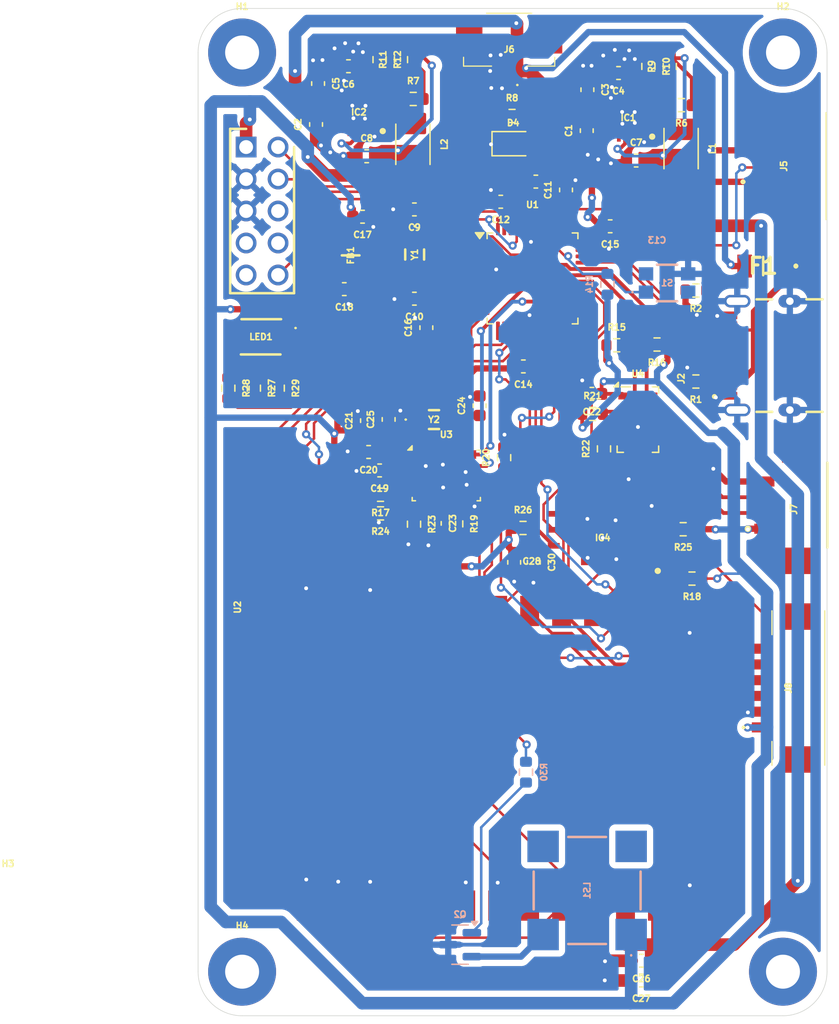
<source format=kicad_pcb>
(kicad_pcb (version 20241229) (generator "pcbnew") (generator_version "9.0")
  (layers (0 "F.Cu" signal) (2 "B.Cu" mixed) (13 "F.Paste" user) (15 "B.Paste" user) (5 "F.SilkS" user "F.Silkscreen") (7 "B.SilkS" user "B.Silkscreen") (1 "F.Mask" user) (3 "B.Mask" user) (25 "Edge.Cuts" user))
  (net 0 "")
  (net 1 "Net-(D4-A)")
  (net 2 "Net-(IC1-SS{slash}TR)")
  (net 3 "GND")
  (net 4 "Net-(IC2-SS{slash}TR)")
  (net 5 "Net-(IC4-~{WP_(IO2)})")
  (net 6 "Net-(IC4-~{HOLD_OR_}{slash}RESET_(IO3))")
  (net 7 "Net-(J2-CC1)")
  (net 8 "Net-(J2-CC2)")
  (net 9 "/Actionners_&_connectors/SCL")
  (net 11 "Net-(U1-PA00)")
  (net 12 "Net-(U1-PA01)")
  (net 13 "Net-(U1-VDDCORE)")
  (net 14 "RESET")
  (net 15 "SWDIO")
  (net 16 "Net-(U1-VDDANA)")
  (net 19 "Net-(IC1-PG)")
  (net 20 "/Actionners_&_connectors/SDA")
  (net 21 "/Actionners_&_connectors/MISO")
  (net 22 "Buzz")
  (net 25 "Net-(IC1-SW_1)")
  (net 26 "Net-(IC1-FB)")
  (net 27 "Net-(IC2-SW_1)")
  (net 28 "Net-(IC2-PG)")
  (net 29 "Net-(IC2-FB)")
  (net 30 "/Actionners_&_connectors/MOSI")
  (net 37 "Net-(U3-XOUT32)")
  (net 38 "Net-(U3-PS1)")
  (net 40 "Net-(U3-PS0)")
  (net 41 "Net-(U3-~{RESET})")
  (net 44 "Net-(U3-CAP)")
  (net 45 "Net-(U3-XIN32)")
  (net 47 "Net-(U3-COM3)")
  (net 50 "Servo")
  (net 51 "+5V")
  (net 52 "LORA_NRST")
  (net 53 "LED_R")
  (net 54 "LED_G")
  (net 55 "LED_B")
  (net 60 "Net-(LS1--)")
  (net 61 "Net-(Q2-B)")
  (net 62 "GPS_RST")
  (net 63 "/Actionners_&_connectors/SCK")
  (net 64 "Net-(U4-PS)")
  (net 65 "Net-(R22-Pad2)")
  (net 72 "GPS_INT")
  (net 74 "Flash_CS")
  (net 75 "Net-(F1-Pad1)")
  (net 77 "Net-(U3-~{BOOT_LOAD_PIN})")
  (net 80 "VIN")
  (net 83 "Net-(LED1-K_G_)")
  (net 84 "Net-(LED1-K_B)")
  (net 85 "Net-(LED1-K_R)")
  (net 86 "+3.3V")
  (net 95 "LORA_TXEN")
  (net 96 "DIO2")
  (net 97 "LORA_RXEN")
  (net 98 "DIO1")
  (net 99 "LORA_Busy")
  (net 100 "LORA_CS")
  (net 101 "SWDSLK")
  (net 102 "/MCU/USB_D+")
  (net 103 "/MCU/USB_D-")
  (footprint "Skyfall_Lib:BEADC2016X130N" (layer "F.Cu") (at 132.1292 103.6125 -90)
    (property "Reference" "FB1")
    (property "Value" "MH2029-300Y" (hide yes))
  )
  (footprint "Skyfall_Lib:QFN50P300X300X100-17N-D" (layer "F.Cu") (at 132.78 92.24 180)
    (property "Reference" "IC2")
    (property "Value" "TPS62130ARGTR" (hide yes))
  )
  (footprint "USB:GCT_USB4105-GF-A-060" (layer "F.Cu") (at 167.045 111.57 90)
    (property "Reference" "J2")
    (property "Value" "USB4105-GF-A-060")
  )
  (footprint "Skyfall_Lib:1206L05015YR" (layer "F.Cu") (at 164.925 104.46 180)
    (property "Reference" "F1")
    (property "Value" "1206L035YR" (hide yes))
  )
  (footprint "Resistor_SMD:R_0603_1608Metric" (layer "F.Cu") (at 155.8 88.605 -90)
    (property "Reference" "R10")
    (property "Value" "100k")
  )
  (footprint "Resistor_SMD:R_0603_1608Metric" (layer "F.Cu") (at 153.285 110.75)
    (property "Reference" "R15")
    (property "Value" "4k7")
  )
  (footprint "Resistor_SMD:R_0603_1608Metric" (layer "F.Cu") (at 158.565 125.36 180)
    (property "Reference" "R25")
    (property "Value" "4k7")
  )
  (footprint "Capacitor_SMD:C_0603_1608Metric" (layer "F.Cu") (at 144.0625 99.3525 180)
    (property "Reference" "C12")
    (property "Value" "0.1µ")
  )
  (footprint "Capacitor_SMD:C_0603_1608Metric" (layer "F.Cu") (at 152.7625 101.3025 180)
    (property "Reference" "C15")
    (property "Value" "0.1µ")
  )
  (footprint "Capacitor_SMD:C_0603_1608Metric" (layer "F.Cu") (at 151.305 114.61 180)
    (property "Reference" "C22")
    (property "Value" "0.1µF")
  )
  (footprint "Resistor_SMD:R_0603_1608Metric" (layer "F.Cu") (at 124.4342 114.1578 -90)
    (property "Reference" "R27")
    (property "Value" "1k")
  )
  (footprint "Capacitor_SMD:C_0603_1608Metric" (layer "F.Cu") (at 137.1975 107.0525 180)
    (property "Reference" "C10")
    (property "Value" "15pF")
  )
  (footprint "MountingHole:MountingHole_2.7mm_M2.5_Pad" (layer "F.Cu") (at 166.5 160.5)
    (property "Reference" "H3")
    (property "Value" "MountingHole_Pad")
  )
  (footprint "Capacitor_SMD:C_0603_1608Metric" (layer "F.Cu") (at 138.8185 124.8953 -90)
    (property "Reference" "C23")
    (property "Value" "0.1µF")
  )
  (footprint "Resistor_SMD:R_0603_1608Metric" (layer "F.Cu") (at 134.43 88.065 -90)
    (property "Reference" "R12")
    (property "Value" "100k")
  )
  (footprint "Capacitor_SMD:C_0603_1608Metric" (layer "F.Cu") (at 135.15 116.64 90)
    (property "Reference" "C25")
    (property "Value" "22pF")
  )
  (footprint "Capacitor_SMD:C_0603_1608Metric" (layer "F.Cu") (at 137.1975 99.9625 180)
    (property "Reference" "C9")
    (property "Value" "15pF")
  )
  (footprint "Resistor_SMD:R_0603_1608Metric" (layer "F.Cu") (at 140.5203 124.9339 -90)
    (property "Reference" "R19")
    (property "Value" "10k")
  )
  (footprint "MountingHole:MountingHole_2.7mm_M2.5_Pad" (layer "F.Cu") (at 123.5 160.5)
    (property "Reference" "H4")
    (property "Value" "MountingHole_Pad")
  )
  (footprint "Resistor_SMD:R_0603_1608Metric" (layer "F.Cu") (at 134.5075 124.1025 180)
    (property "Reference" "R24")
    (property "Value" "0R")
  )
  (footprint "Package_LGA:LGA-8_3x5mm_P1.25mm" (layer "F.Cu") (at 154.965 116.655)
    (property "Reference" "U4")
    (property "Value" "MS5611-01BA")
  )
  (footprint "Skyfall_Lib:VMK3900132K7680000" (layer "F.Cu") (at 137.2175 103.5425 -90)
    (property "Reference" "Y1")
    (property "Value" "32.768kHz" (hide yes))
  )
  (footprint "Resistor_SMD:R_0603_1608Metric" (layer "F.Cu") (at 144.96 92.54)
    (property "Reference" "R8")
    (property "Value" "300")
  )
  (footprint "MountingHole:MountingHole_2.7mm_M2.5_Pad" (layer "F.Cu") (at 123.5 87.5)
    (property "Reference" "H1")
    (property "Value" "MountingHole_Pad")
  )
  (footprint "Resistor_SMD:R_0603_1608Metric" (layer "F.Cu") (at 158.425 91.68 180)
    (property "Reference" "R6")
    (property "Value" "100k")
  )
  (footprint "Resistor_SMD:R_0603_1608Metric" (layer "F.Cu") (at 134.5025 122.6225 180)
    (property "Reference" "R17")
    (property "Value" "10k")
  )
  (footprint "E22-400M30S:E22-400M30S" (layer "F.Cu") (at 123.14 131.55 -90)
    (property "Reference" "U2")
    (property "Value" "E22-400M30S")
  )
  (footprint "MountingHole:MountingHole_2.7mm_M2.5_Pad" (layer "F.Cu") (at 166.5 87.5)
    (property "Reference" "H2")
    (property "Value" "MountingHole_Pad")
  )
  (footprint "Resistor_SMD:R_0603_1608Metric" (layer "F.Cu") (at 159.575 113.63 180)
    (property "Reference" "R1")
    (property "Value" "5.1k")
  )
  (footprint "Capacitor_SMD:C_0603_1608Metric" (layer "F.Cu") (at 153.425 89.13 180)
    (property "Reference" "C4")
    (property "Value" "3.3nF")
  )
  (footprint "Skyfall_Lib:53261-0471" (layer "F.Cu") (at 165.82 123.445 90)
    (property "Reference" "J7")
    (property "Value" "53261-0471" (hide yes))
  )
  (footprint "Capacitor_SMD:C_0603_1608Metric" (layer "F.Cu") (at 149.2519 98.4149 90)
    (property "Reference" "C11")
    (property "Value" "0.1µF")
  )
  (footprint "Resistor_SMD:R_0603_1608Metric" (layer "F.Cu") (at 144.33 119.675 90)
    (property "Reference" "R20")
    (property "Value" "10k")
  )
  (footprint "Capacitor_SMD:C_0603_1608Metric" (layer "F.Cu") (at 134.4325 120.6925 180)
    (property "Reference" "C19")
    (property "Value" "0.1µF")
  )
  (footprint "Resistor_SMD:R_0603_1608Metric" (layer "F.Cu") (at 122.4022 114.1578 -90)
    (property "Reference" "R28")
    (property "Value" "1k")
  )
  (footprint "Skyfall_Lib:VMK3900132K7680000" (layer "F.Cu") (at 138.7575 116.6525)
    (property "Reference" "Y2")
    (property "Value" "32.768kHz" (hide yes))
  )
  (footprint "Resistor_SMD:R_0603_1608Metric" (layer "F.Cu") (at 136.13 88.065 90)
    (property "Reference" "R11")
    (property "Value" "316k")
  )
  (footprint "Capacitor_SMD:C_0603_1608Metric" (layer "F.Cu") (at 133.405 95.74)
    (property "Reference" "C8")
    (property "Value" "22µF")
  )
  (footprint "LED_SMD:LED_0805_2012Metric" (layer "F.Cu") (at 145.0525 94.74)
    (property "Reference" "D4")
    (property "Value" "LED")
  )
  (footprint "Capacitor_SMD:C_0603_1608Metric" (layer "F.Cu") (at 155.235 161.2 180)
    (property "Reference" "C27")
    (property "Value" "10µF")
  )
  (footprint "Capacitor_SMD:C_0603_1608Metric" (layer "F.Cu") (at 145.86 112.43 180)
    (property "Reference" "C14")
    (property "Value" "0.1µ")
  )
  (footprint "Capacitor_SMD:C_0603_1608Metric" (layer "F.Cu") (at 131.6225 106.2925 180)
    (property "Reference" "C18")
    (property "Value" "10µ")
  )
  (footprint "Inductor_SMD:L_TDK_NLV32_3.2x2.5mm" (layer "F.Cu") (at 158.4 95.13 -90)
    (property "Reference" "L1")
    (property "Value" "2.2µH")
  )
  (footprint "Skyfall_Lib:HDRV10W64P254_2X5_1270X508X954P" (layer "F.Cu") (at 123.82 95.01 -90)
    (property "Reference" "J1")
    (property "Value" "M20-9720546" (hide yes))
  )
  (footprint "Skyfall_Lib:532610271" (layer "F.Cu") (at 144.73 86.68)
    (property "Reference" "J6")
    (property "Value" "53261-0271" (hide yes))
  )
  (footprint "Capacitor_SMD:C_0603_1608Metric" (layer "F.Cu") (at 129.38 93.215 90)
    (property "Reference" "C2")
    (property "Value" "10µF")
  )
  (footprint "Capacitor_SMD:C_0603_1608Metric" (layer "F.Cu") (at 155.245 159.63 180)
    (property "Reference" "C26")
    (property "Value" "0.1µF")
  )
  (footprint "Skyfall_Lib:150141M173100" (layer "F.Cu") (at 125 110.08)
    (property "Reference" "LED1")
    (property "Value" "150141M173100" (hide yes))
  )
  (footprint "Package_LGA:LGA-28_5.2x3.8mm_P0.5mm" (layer "F.Cu") (at 139.7325 121.09)
    (property "Reference" "U3")
    (property "Value" "BNO055")
  )
  (footprint "Resistor_SMD:R_0603_1608Metric" (layer "F.Cu") (at 137.105 91.19)
    (property "Reference" "R7")
    (property "Value" "100k")
  )
  (footprint "Resistor_SMD:R_0603_1608Metric" (layer "F.Cu") (at 137.1675 124.9593 -90)
    (property "Reference" "R23")
    (property "Value" "0R")
  )
  (footprint "Skyfall_Lib:SON127P800X600X80-9N-D" (layer "F.Cu") (at 152.17 126.04 180)
    (property "Reference" "IC4")
    (property "Value" "W25Q128JVEIM_TR" (hide yes))
  )
  (footprint "Capacitor_SMD:C_0603_1608Metric" (layer "F.Cu") (at 133.5575 119.2275 180)
    (property "Reference" "C20")
    (property "Value" "0.12µF")
  )
  (footprint "Resistor_SMD:R_0603_1608Metric" (layer "F.Cu") (at 145.835 125.26)
    (property "Reference" "R26")
    (property "Value" "4k7")
  )
  (footprint "Resistor_SMD:R_0603_1608Metric" (layer "F.Cu") (at 156.485 110.69 180)
    (property "Reference" "R16")
    (property "Value" "4k7")
  )
  (footprint "Capacitor_SMD:C_0603_1608Metric" (layer "F.Cu") (at 138.1475 109.3525 90)
    (property "Reference" "C16")
    (property "Value" "0.1µ")
  )
  (footprint "Capacitor_SMD:C_0603_1608Metric" (layer "F.Cu") (at 150.95 90.455 -90)
    (property "Reference" "C3")
    (property "Value" "0.1µF")
  )
  (footprint "Capacitor_SMD:C_0603_1608Metric" (layer "F.Cu") (at 133.075 100.54 180)
    (property "Reference" "C17")
    (property "Value" "10µ")
  )
  (footprint "Resistor_SMD:R_0603_1608Metric" (layer "F.Cu") (at 159.575 106.4 180)
    (property "Reference" "R2")
    (property "Value" "5.1k")
  )
  (footprint "Inductor_SMD:L_TDK_NLV32_3.2x2.5mm" (layer "F.Cu") (at 137.08 94.79 -90)
    (property "Reference" "L2")
    (property "Value" "2.2µH")
  )
  (footprint "Capacitor_SMD:C_0603_1608Metric" (layer "F.Cu") (at 146.8519 97.7545)
    (property "Reference" "C13")
    (property "Value" "1µ")
  )
  (footprint "Capacitor_SMD:C_0603_1608Metric" (layer "F.Cu") (at 142.3825 115.5525 90)
    (property "Reference" "C24")
    (property "Value" "22pF")
  )
  (footprint "Skyfall_Lib:QFN50P300X300X100-17N-D" (layer "F.Cu") (at 154.2 92.68 180)
    (property "Reference" "IC1")
    (property "Value" "TPS62130ARGTR" (hide yes))
  )
  (footprint "Skyfall_Lib:532610671" (layer "F.Cu") (at 167.723751 137.972848 90)
    (property "Reference" "J8")
    (property "Value" "53261-0671" (hide yes))
  )
  (footprint "Resistor_SMD:R_0603_1608Metric" (layer "F.Cu") (at 159.265 129.28 180)
    (property "Reference" "R18")
    (property "Value" "10k")
  )
  (footprint "Resistor_SMD:R_0603_1608Metric" (layer "F.Cu") (at 152.27 118.975 90)
    (property "Reference" "R22")
    (property "Value" "10k")
  )
  (footprint "Package_QFP:TQFP-48_7x7mm_P0.5mm" (layer "F.Cu") (at 146.5875 105.44)
    (property "Reference" "U1")
    (property "Value" "ATSAMD21G18A-A")
  )
  (footprint "Resistor_SMD:R_0603_1608Metric" (layer "F.Cu") (at 157.5 88.605 90)
    (property "Reference" "R9")
    (property "Value" "523k")
  )
  (footprint "Capacitor_SMD:C_0603_1608Metric" (layer "F.Cu") (at 146.69 127.985 -90)
    (property "Reference" "C30")
    (property "Value" "100n")
  )
  (footprint "Capacitor_SMD:C_0603_1608Metric" (layer "F.Cu") (at 145.13 127.99 -90)
    (property "Reference" "C28")
    (property "Value" "1µ")
  )
  (footprint "Skyfall_Lib:532610371" (layer "F.Cu") (at 167.82 96.52 90)
    (property "Reference" "J5")
    (property "Value" "53261-0371" (hide yes))
  )
  (footprint "Resistor_SMD:R_0603_1608Metric" (layer "F.Cu") (at 126.3322 114.1578 -90)
    (property "Reference" "R29")
    (property "Value" "1k")
  )
  (footprint "Capacitor_SMD:C_0603_1608Metric" (layer "F.Cu") (at 129.54 89.965 -90)
    (property "Reference" "C5")
    (property "Value" "0.1µF")
  )
  (footprint "Capacitor_SMD:C_0603_1608Metric" (layer "F.Cu") (at 150.9 93.705 90)
    (property "Reference" "C1")
    (property "Value" "10µF")
  )
  (footprint "Capacitor_SMD:C_0603_1608Metric" (layer "F.Cu") (at 131.955 88.59 180)
    (property "Reference" "C6")
    (property "Value" "3.3nF")
  )
  (footprint "Capacitor_SMD:C_0603_1608Metric" (layer "F.Cu") (at 154.825 96.08)
    (property "Reference" "C7")
    (property "Value" "22µF")
  )
  (footprint "Capacitor_SMD:C_0603_1608Metric" (layer "F.Cu") (at 133.43 116.735 90)
    (property "Reference" "C21")
    (property "Value" "6.8nF")
  )
  (footprint "Resistor_SMD:R_0603_1608Metric" (layer "F.Cu") (at 151.3625 116.2025)
    (property "Reference" "R21")
    (property "Value" "10k")
  )
  (footprint "Skyfall_Lib:TL1030AF200AQJ" (layer "B.Cu") (at 157.285 105.805)
    (property "Reference" "S1")
    (property "Value" "TL1030AF200AQJ" (hide yes))
  )
  (footprint "Package_TO_SOT_SMD:SOT-23" (layer "B.Cu") (at 140.825 158.3525 180)
    (property "Reference" "Q2")
    (property "Value" "SS8550")
  )
  (footprint "Resistor_SMD:R_0603_1608Metric" (layer "B.Cu") (at 152.545 105.905 -90)
    (property "Reference" "R14")
    (property "Value" "10k")
  )
  (footprint "Resistor_SMD:R_0603_1608Metric" (layer "B.Cu") (at 146.067185 144.652573 90)
    (property "Reference" "R30")
    (property "Value" "1k")
  )
  (footprint "Skyfall_Lib:CMT8530SSMTTR" (layer "B.Cu") (at 150.93 154.05 -90)
    (property "Reference" "LS1")
    (property "Value" "CMT-8530S-SMT-TR" (hide yes))
  )
  (gr_arc (start 120 87.5) (mid 121.025126 85.025126) (end 123.5 84) (stroke (width 0.05)) (layer "Edge.Cuts"))
  (gr_line (start 170 87.5) (end 170 160.5) (stroke (width 0.05)) (layer "Edge.Cuts"))
  (gr_line (start 123.5 84) (end 166.5 84) (stroke (width 0.05)) (layer "Edge.Cuts"))
  (gr_line (start 120 160.5) (end 120 87.5) (stroke (width 0.05)) (layer "Edge.Cuts"))
  (gr_arc (start 166.5 84) (mid 168.974874 85.025126) (end 170 87.5) (stroke (width 0.05)) (layer "Edge.Cuts"))
  (gr_arc (start 123.5 164) (mid 121.025126 162.974874) (end 120 160.5) (stroke (width 0.05)) (layer "Edge.Cuts"))
  (gr_line (start 166.5 164) (end 123.5 164) (stroke (width 0.05)) (layer "Edge.Cuts"))
  (gr_arc (start 170 160.5) (mid 168.974874 162.974874) (end 166.5 164) (stroke (width 0.05)) (layer "Edge.Cuts"))
  (segment (start 145.785 94.535) (end 145.99 94.74) (width 0.5) (layer "F.Cu") (net 1))
  (segment (start 145.785 92.54) (end 145.785 94.535) (width 0.5) (layer "F.Cu") (net 1))
  (segment (start 152.01 91.39) (end 152.55 91.93) (width 0.3) (layer "F.Cu") (net 2))
  (segment (start 152.01 89.77) (end 152.01 91.39) (width 0.3) (layer "F.Cu") (net 2))
  (segment (start 152.65 89.13) (end 152.01 89.77) (width 0.3) (layer "F.Cu") (net 2))
  (segment (start 152.55 91.93) (end 152.7 91.93) (width 0.3) (layer "F.Cu") (net 2))
  (segment (start 146.69 129.22) (end 146.69 128.76) (width 0.5) (layer "F.Cu") (net 3))
  (segment (start 158.75 107.44) (end 159.65 108.34) (width 0.5) (layer "F.Cu") (net 3))
  (segment (start 132.53 90.74) (end 132.53 90.26) (width 0.3) (layer "F.Cu") (net 3))
  (segment (start 154.47 159.63) (end 152.39 159.63) (width 1) (layer "F.Cu") (net 3))
  (segment (start 136.4225 107.0525) (end 135.6375 107.0525) (width 0.5) (layer "F.Cu") (net 3))
  (segment (start 165.02 121.57) (end 161.97 121.57) (width 0.5) (layer "F.Cu") (net 3))
  (segment (start 139.4825 120.2075) (end 139.46 120.23) (width 0.3) (layer "F.Cu") (net 3))
  (segment (start 150.53 114.61) (end 150.53 113.55) (width 0.3) (layer "F.Cu") (net 3))
  (segment (start 153.95 90.72) (end 153.56 90.33) (width 0.3) (layer "F.Cu") (net 3))
  (segment (start 154.45 91.18) (end 154.45 90.44) (width 0.3) (layer "F.Cu") (net 3))
  (segment (start 141.62 114.85) (end 142.135 114.85) (width 0.5) (layer "F.Cu") (net 3))
  (segment (start 161.97 121.57) (end 160.96 120.56) (width 0.5) (layer "F.Cu") (net 3))
  (segment (start 145.13 129.52) (end 145.13 128.765) (width 0.5) (layer "F.Cu") (net 3))
  (segment (start 152.56 103.19) (end 152.66 103.09) (width 0.25) (layer "F.Cu") (net 3))
  (segment (start 137.2675 108.5775) (end 137.25 108.56) (width 0.5) (layer "F.Cu") (net 3))
  (segment (start 146.8375 101.2775) (end 146.8375 102.164941) (width 0.25) (layer "F.Cu") (net 3))
  (segment (start 139.4825 122.7525) (end 139.482499 122.045545) (width 0.3) (layer "F.Cu") (net 3))
  (segment (start 135.5225 99.9625) (end 135.51 99.95) (width 0.5) (layer "F.Cu") (net 3))
  (segment (start 156.07 123.52) (end 156.06 123.51) (width 0.5) (layer "F.Cu") (net 3))
  (segment (start 146.66 129.605) (end 146.66 129.25) (width 0.5) (layer "F.Cu") (net 3))
  (segment (start 132.6275 120.6925) (end 132.59 120.73) (width 0.3) (layer "F.Cu") (net 3))
  (segment (start 132.49 90.22) (end 132.01 89.74) (width 0.3) (layer "F.Cu") (net 3))
  (segment (start 137.1675 125.7843) (end 137.1675 126.1125) (width 0.3) (layer "F.Cu") (net 3))
  (segment (start 154.05 96.08) (end 154.05 95.56) (width 0.5) (layer "F.Cu") (net 3))
  (segment (start 131.65 90.74) (end 131.42 90.51) (width 0.3) (layer "F.Cu") (net 3))
  (segment (start 146.8375 100.1025) (end 147.6269 99.3131) (width 0.3) (layer "F.Cu") (net 3))
  (segment (start 163.71 139.91) (end 164.761599 139.91) (width 0.5) (layer "F.Cu") (net 3))
  (segment (start 153.45 91.18) (end 152.89 91.18) (width 0.3) (layer "F.Cu") (net 3))
  (segment (start 159.06 131.85) (end 159.06 133.57) (width 1) (layer "F.Cu") (net 3))
  (segment (start 147.6269 99.3131) (end 147.6269 97.7545) (width 0.3) (layer "F.Cu") (net 3))
  (segment (start 150.53 113.55) (end 150.54 113.54) (width 0.3) (layer "F.Cu") (net 3))
  (segment (start 162.29 114.77) (end 161.28 114.77) (width 0.3) (layer "F.Cu") (net 3))
  (segment (start 161.28 114.77) (end 161.16 114.89) (width 0.3) (layer "F.Cu") (net 3))
  (segment (start 158.75 113.63) (end 158.75 112.66) (width 0.5) (layer "F.Cu") (net 3))
  (segment (start 142.135 114.85) (end 142.2075 114.7775) (width 0.5) (layer "F.Cu") (net 3))
  (segment (start 144.33 118.85) (end 144.33 117.88) (width 0.5) (layer "F.Cu") (net 3))
  (segment (start 153.89 117.28) (end 154.93 117.28) (width 0.3) (layer "F.Cu") (net 3))
  (segment (start 132.03 90.74) (end 131.65 90.74) (width 0.3) (layer "F.Cu") (net 3))
  (segment (start 146.3375 108.3725) (end 146.35 108.36) (width 0.3) (layer "F.Cu") (net 3))
  (segment (start 136.08 115.94) (end 135.225 115.94) (width 0.5) (layer "F.Cu") (net 3))
  (segment (start 132.72 115.96) (end 133.43 115.96) (width 0.5) (layer "F.Cu") (net 3))
  (segment (start 141.28 155.25) (end 141.28 153.41) (width 1) (layer "F.Cu") (net 3))
  (segment (start 154.93 117.28) (end 154.97 117.24) (width 0.3) (layer "F.Cu") (net 3))
  (segment (start 143.2875 98.4275) (end 143.28 98.42) (width 0.3) (layer "F.Cu") (net 3))
  (segment (start 141.29 120.84) (end 141.27 120.82) (width 0.3) (layer "F.Cu") (net 3))
  (segment (start 154.46 161.2) (end 152.34 161.2) (width 1) (layer "F.Cu") (net 3))
  (segment (start 132.63 95.049942) (end 132.744971 94.934971) (width 0.5) (layer "F.Cu") (net 3))
  (segment (start 154.23 121.39) (end 154.23 120.67) (width 0.3) (layer "F.Cu") (net 3))
  (segment (start 142.425 104.69) (end 143.66 104.69) (width 0.25) (layer "F.Cu") (net 3))
  (segment (start 139.4825 119.4275) (end 139.4825 120.2075) (width 0.3) (layer "F.Cu") (net 3))
  (segment (start 154.05 95.56) (end 154.22 95.39) (width 0.5) (layer "F.Cu") (net 3))
  (segment (start 143.34 94.74) (end 143.29 94.79) (width 0.5) (layer "F.Cu") (net 3))
  (segment (start 158.75 106.4) (end 158.75 107.44) (width 0.5) (layer "F.Cu") (net 3))
  (segment (start 159.06 155.25) (end 159.06 153.67) (width 1) (layer "F.Cu") (net 3))
  (segment (start 133.68 131.85) (end 133.68 130.19) (width 1) (layer "F.Cu") (net 3))
  (segment (start 128.6 153.18) (end 128.6 155.25) (width 1) (layer "F.Cu") (net 3))
  (segment (start 138.8185 126.1315) (end 138.31 126.64) (width 0.3) (layer "F.Cu") (net 3))
  (segment (start 146.3375 109.6025) (end 146.3375 108.3725) (width 0.3) (layer "F.Cu") (net 3))
  (segment (start 132.7 115.98) (end 132.72 115.96) (width 0.5) (layer "F.Cu") (net 3))
  (segment (start 162.29 108.37) (end 161.32 108.37) (width 0.3) (layer "F.Cu") (net 3))
  (segment (start 142.12 121.84) (end 141.36 121.84) (width 0.3) (layer "F.Cu") (net 3))
  (segment (start 133.85 100.54) (end 133.85 101.27) (width 0.5) (layer "F.Cu") (net 3))
  (segment (start 164.761599 139.91) (end 164.823751 139.847848) (width 0.5) (layer "F.Cu") (net 3))
  (segment (start 150.75 103.19) (end 151.65 103.19) (width 0.3) (layer "F.Cu") (net 3))
  (segment (start 132.63 95.74) (end 132.63 95.049942) (width 0.5) (layer "F.Cu") (net 3))
  (segment (start 137.1675 126.1125) (end 136.72 126.56) (width 0.3) (layer "F.Cu") (net 3))
  (segment (start 143.66 104.69) (end 143.7 104.73) (width 0.25) (layer "F.Cu") (net 3))
  (segment (start 159.06 133.57) (end 159.08 133.59) (width 1) (layer "F.Cu") (net 3))
  (segment (start 146.8375 101.2775) (end 146.8375 100.1025) (width 0.3) (layer "F.Cu") (net 3))
  (segment (start 141.36 121.84) (end 141.35 121.83) (width 0.3) (layer "F.Cu") (net 3))
  (segment (start 135.6375 107.0525) (end 135.61 107.08) (width 0.5) (layer "F.Cu") (net 3))
  (segment (start 149.9999 97.6399) (end 149.2519 97.6399) (width 0.5) (layer "F.Cu") (net 3))
  (segment (start 142.12 120.84) (end 141.29 120.84) (width 0.3) (layer "F.Cu") (net 3))
  (segment (start 153.36 119.8) (end 152.27 119.8) (width 0.3) (layer "F.Cu") (net 3))
  (segment (start 132.7825 119.2275) (end 131.9375 119.2275) (width 0.5) (layer "F.Cu") (net 3))
  (segment (start 161.32 108.37) (end 161.27 108.42) (width 0.3) (layer "F.Cu") (net 3))
  (segment (start 131.14 153.35) (end 131.14 155.25) (width 1) (layer "F.Cu") (net 3))
  (segment (start 128.6 130.06) (end 128.59 130.05) (width 1) (layer "F.Cu") (net 3))
  (segment (start 151.65 103.19) (end 153.5375 101.3025) (width 0.3) (layer "F.Cu") (net 3))
  (segment (start 153.48 90.25) (end 152.9 90.25) (width 0.3) (layer "F.Cu") (net 3))
  (segment (start 153.95 91.18) (end 153.95 90.72) (width 0.3) (layer "F.Cu") (net 3))
  (segment (start 146.8375 102.164941) (end 146.464326 102.538115) (width 0.25) (layer "F.Cu") (net 3))
  (segment (start 146.66 129.25) (end 146.69 129.22) (width 0.5) (layer "F.Cu") (net 3))
  (segment (start 138.8185 125.6703) (end 138.8185 126.1315) (width 0.3) (layer "F.Cu") (net 3))
  (segment (start 133.6825 124.1025) (end 133.6825 124.1325) (width 0.5) (layer "F.Cu") (net 3))
  (segment (start 152.34 161.2) (end 152.33 161.19) (width 1) (layer "F.Cu") (net 3))
  (segment (start 132.53 90.26) (end 132.49 90.22) (width 0.3) (layer "F.Cu") (net 3))
  (segment (start 152.89 91.18) (end 152.82 91.11) (width 0.3) (layer "F.Cu") (net 3))
  (segment (start 133.68 153.36) (end 133.68 155.25) (width 1) (layer "F.Cu") (net 3))
  (segment (start 137.345 120.34) (end 138.1 120.34) (width 0.3) (layer "F.Cu") (net 3))
  (segment (start 133.85 101.27) (end 133.93 101.35) (width 0.5) (layer "F.Cu") (net 3))
  (segment (start 146.3375 111.3275) (end 146.635 111.625) (width 0.3) (layer "F.Cu") (net 3))
  (segment (start 133.03 90.74) (end 133.03 89.83) (width 0.3) (layer "F.Cu") (net 3))
  (segment (start 158.75 112.66) (end 158.89 112.52) (width 0.5) (layer "F.Cu") (net 3))
  (segment (start 152.39 159.63) (end 152.35 159.67) (width 1) (layer "F.Cu") (net 3))
  (segment (start 130.8475 106.2925) (end 130.8475 106.3575) (width 0.5) (layer "F.Cu") (net 3))
  (segment (start 138.1475 108.5775) (end 137.2675 108.5775) (width 0.5) (layer "F.Cu") (net 3))
  (segment (start 133.6575 120.6925) (end 132.6275 120.6925) (width 0.3) (layer "F.Cu") (net 3))
  (segment (start 154.23 120.67) (end 153.36 119.8) (width 0.3) (layer "F.Cu") (net 3))
  (segment (start 159.06 153.67) (end 159.09 153.64) (width 1) (layer "F.Cu") (net 3))
  (segment (start 154.45 90.44) (end 154.31 90.3) (width 0.3) (layer "F.Cu") (net 3))
  (segment (start 135.225 115.94) (end 135.15 115.865) (width 0.5) (layer "F.Cu") (net 3))
  (segment (start 133.03 89.83) (end 132.84 89.64) (width 0.3) (layer "F.Cu") (net 3))
  (segment (start 132.63 95.74) (end 132.63 95.28) (width 0.5) (layer "F.Cu") (net 3))
  (segment (start 128.6 131.85) (end 128.6 130.06) (width 1) (layer "F.Cu") (net 3))
  (segment (start 141.9825 123.5475) (end 141.98 123.55) (width 0.3) (layer "F.Cu") (net 3))
  (segment (start 146.3375 109.6025) (end 146.3375 111.3275) (width 0.3) (layer "F.Cu") (net 3))
  (segment (start 153.56 90.33) (end 153.48 90.25) (width 0.3) (layer "F.Cu") (net 3))
  (segment (start 136.4225 99.9625) (end 135.5225 99.9625) (width 0.5) (layer "F.Cu") (net 3))
  (segment (start 142.2075 114.7775) (end 142.3825 114.7775) (width 0.5) (layer "F.Cu") (net 3))
  (segment (start 141.9825 122.7525) (end 141.9825 123.5475) (width 0.3) (layer "F.Cu") (net 3))
  (segment (start 144.33 117.88) (end 144.36 117.85) (width 0.5) (layer "F.Cu") (net 3))
  (segment (start 146.635 111.625) (end 146.635 112.43) (width 0.3) (layer "F.Cu") (net 3))
  (segment (start 133.6825 124.1325) (end 134.37 124.82) (width 0.5) (layer "F.Cu") (net 3))
  (segment (start 131.9375 119.2275) (end 131.89 119.18) (width 0.5) (layer "F.Cu") (net 3))
  (segment (start 164.92 95.27) (end 160.64 95.27) (width 0.5) (layer "F.Cu") (net 3))
  (segment (start 151.65 103.19) (end 152.56 103.19) (width 0.25) (layer "F.Cu") (net 3))
  (segment (start 132.01 89.74) (end 131.6 89.74) (width 0.3) (layer "F.Cu") (net 3))
  (segment (start 130.8475 106.3575) (end 131.96 107.47) (width 0.5) (layer "F.Cu") (net 3))
  (segment (start 143.2875 99.3525) (end 143.2875 98.4275) (width 0.3) (layer "F.Cu") (net 3))
  (segment (start 144.115 94.74) (end 143.34 94.74) (width 0.5) (layer "F.Cu") (net 3))
  (segment (start 143.82 153.43) (end 143.82 155.25) (width 1) (layer "F.Cu") (net 3))
  (segment (start 156.07 124.135) (end 156.07 123.52) (width 0.5) (layer "F.Cu") (net 3))
  (via (at 154.72 93.09) (size 0.65) (drill 0.305) (layers "F.Cu" "B.Cu") (net 3))
  (via (at 139.482499 122.045545) (size 0.65) (drill 0.305) (layers "F.Cu" "B.Cu") (net 3))
  (via (at 143.29 94.79) (size 0.65) (drill 0.305) (layers "F.Cu" "B.Cu") (net 3))
  (via (at 153.73 93.16) (size 0.65) (drill 0.305) (layers "F.Cu" "B.Cu") (net 3))
  (via (at 150.97 127.63) (size 0.65) (drill 0.305) (layers "F.Cu" "B.Cu") (net 3))
  (via (at 134.03 94.18) (size 0.65) (drill 0.305) (layers "F.Cu" "B.Cu") (net 3))
  (via (at 160.64 95.27) (size 0.65) (drill 0.305) (layers "F.Cu" "B.Cu") (net 3))
  (via (at 152.82 91.11) (size 0.65) (drill 0.305) (layers "F.Cu" "B.Cu") (net 3))
  (via (at 131.69 86.76) (size 0.65) (drill 0.305) (layers "F.Cu" "B.Cu") (net 3))
  (via (at 132.75 86.77) (size 0.65) (drill 0.305) (layers "F.Cu" "B.Cu") (net 3))
  (via (at 143.7 104.73) (size 0.65) (drill 0.305) (layers "F.Cu" "B.Cu") (net 3))
  (via (at 129.77 94.88) (size 0.65) (drill 0.305) (layers "F.Cu" "B.Cu") (net 3))
  (via (at 137.25 108.56) (size 0.65) (drill 0.305) (layers "F.Cu" "B.Cu") (net 3))
  (via (at 130.51 95.43) (size 0.65) (drill 0.305) (layers "F.Cu" "B.Cu") (net 3))
  (via (at 154.23 121.39) (size 0.65) (drill 0.305) (layers "F.Cu" "B.Cu") (net 3))
  (via (at 141.27 120.82) (size 0.65) (drill 0.305) (layers "F.Cu" "B.Cu") (net 3))
  (via (at 150.54 113.54) (size 0.65) (drill 0.305) (layers "F.Cu" "B.Cu") (net 3))
  (via (at 136.72 126.56) (size 0.65) (drill 0.305) (layers "F.Cu" "B.Cu") (net 3))
  (via (at 153.25 127.74) (size 0.65) (drill 0.305) (layers "F.Cu" "B.Cu") (net 3))
  (via (at 155.46 94.62) (size 0.65) (drill 0.305) (layers "F.Cu" "B.Cu") (net 3))
  (via (at 132.33 87.43) (size 0.65) (drill 0.305) (layers "F.Cu" "B.Cu") (net 3))
  (via (at 141.62 114.85) (size 0.65) (drill 0.305) (layers "F.Cu" "B.Cu") (net 3))
  (via (at 150.61 88.55) (size 0.65) (drill 0.305) (layers "F.Cu" "B.Cu") (net 3))
  (via (at 131.96 107.47) (size 0.65) (drill 0.305) (layers "F.Cu" "B.Cu") (net 3))
  (via (at 135.61 107.08) (size 0.65) (drill 0.305) (layers "F.Cu" "B.Cu") (net 3))
  (via (at 131.14 153.35) (size 0.65) (drill 0.305) (layers "F.Cu" "B.Cu") (net 3))
  (via (at 133.68 130.19) (size 0.65) (drill 0.305) (layers "F.Cu" "B.Cu") (net 3))
  (via (at 152.9 90.25) (size 0.65) (drill 0.305) (layers "F.Cu" "B.Cu") (net 3))
  (via (at 159.65 108.34) (size 0.65) (drill 0.305) (layers "F.Cu" "B.Cu") (net 3))
  (via (at 151.81 95.99) (size 0.65) (drill 0.305) (layers "F.Cu" "B.Cu") (net 3))
  (via (at 135.51 99.95) (size 0.65) (drill 0.305) (layers "F.Cu" "B.Cu") (net 3))
  (via (at 133.31 91.73) (size 0.65) (drill 0.305) (layers "F.Cu" "B.Cu") (net 3))
  (via (at 132.35 92.72) (size 0.65) (drill 0.305) (layers "F.Cu" "B.Cu") (net 3))
  (via (at 150.95 124.54) (size 0.65) (drill 0.305) (layers "F.Cu" "B.Cu") (net 3))
  (via (at 134.37 124.82) (size 0.65) (drill 0.305) (layers "F.Cu" "B.Cu") (net 3))
  (via (at 132.26 91.72) (size 0.65) (drill 0.305) (layers "F.Cu" "B.Cu") (net 3))
  (via (at 131.55 95.71) (size 0.65) (drill 0.305) (layers "F.Cu" "B.Cu") (net 3))
  (via (at 132.59 120.73) (size 0.65) (drill 0.305) (layers "F.Cu" "B.Cu") (net 3))
  (via (at 132.7 115.98) (size 0.65) (drill 0.305) (layers "F.Cu" "B.Cu") (net 3))
  (via (at 152.35 159.67) (size 0.65) (drill 0.305) (layers "F.Cu" "B.Cu") (net 3))
  (via (at 133.93 101.35) (size 0.65) (drill 0.305) (layers "F.Cu" "B.Cu") (net 3))
  (via (at 144.16 90.34) (size 0.65) (drill 0.305) (layers "F.Cu" "B.Cu") (net 3))
  (via (at 153.19 124.65) (size 0.65) (drill 0.305) (layers "F.Cu" "B.Cu") (net 3))
  (via (at 129.89 88.1) (size 0.65) (drill 0.305) (layers "F.Cu" "B.Cu") (net 3))
  (via (at 154.27 87.33) (size 0.65) (drill 0.305) (layers "F.Cu" "B.Cu") (net 3))
  (via (at 133.68 153.36) (size 0.65) (drill 0.305) (layers "F.Cu" "B.Cu") (net 3))
  (via (at 133.1 87.47) (size 0.65) (drill 0.305) (layers "F.Cu" "B.Cu") (net 3))
  (via (at 154.97 117.24) (size 0.65) (drill 0.305) (layers "F.Cu" "B.Cu") (net 3))
  (via (at 130.85 87.17) (size 0.65) (drill 0.305) (layers "F.Cu" "B.Cu") (net 3))
  (via (at 131.42 90.51) (size 0.65) (drill 0.305) (layers "F.Cu" "B.Cu") (net 3))
  (via (at 156.06 123.51) (size 0.65) (drill 0.305) (layers "F.Cu" "B.Cu") (net 3))
  (via (at 141.28 153.41) (size 0.65) (drill 0.305) (layers "F.Cu" "B.Cu") (net 3))
  (via (at 152.66 103.09) (size 0.65) (drill 0.305) (layers "F.Cu" "B.Cu") (net 3))
  (via (at 152.21 87.74) (size 0.65) (drill 0.305) (layers "F.Cu" "B.Cu") (net 3))
  (via (at 160.96 120.56) (size 0.65) (drill 0.305) (layers "F.Cu" "B.Cu") (net 3))
  (via (at 152.33 161.19) (size 0.65) (drill 0.305) (layers "F.Cu" "B.Cu") (net 3))
  (via (at 149.9999 97.6399) (size 0.65) (drill 0.305) (layers "F.Cu" "B.Cu") (net 3))
  (via (at 144.36 117.85) (size 0.65) (drill 0.305) (layers "F.Cu" "B.Cu") (net 3))
  (via (at 151.28 88.55) (size 0.65) (drill 0.305) (layers "F.Cu" "B.Cu") (net 3))
  (via (at 144.06 87.69) (size 0.65) (drill 0.305) (layers "F.Cu" "B.Cu") (net 3))
  (via (at 138.31 126.64) (size 0.65) (drill 0.305) (layers "F.Cu" "B.Cu") (net 3))
  (via (at 141.98 123.55) (size 0.65) (drill 0.305) (layers "F.Cu" "B.Cu") (net 3))
  (via (at 161.27 108.42) (size 0.65) (drill 0.305) (layers "F.Cu" "B.Cu") (net 3))
  (via (at 163.71 139.91) (size 0.65) (drill 0.305) (layers "F.Cu" "B.Cu") (net 3))
  (via (at 146.66 129.605) (size 0.65) (drill 0.305) (layers "F.Cu" "B.Cu") (net 3))
  (via (at 154.72 88.02) (size 0.65) (drill 0.305) (layers "F.Cu" "B.Cu") (net 3))
  (via (at 150.98 95.62) (size 0.65) (drill 0.305) (layers "F.Cu" "B.Cu") (net 3))
  (via (at 153.13 87.29) (size 0.65) (drill 0.305) (layers "F.Cu" "B.Cu") (net 3))
  (via (at 143.25 87.73) (size 0.65) (drill 0.305) (layers "F.Cu" "B.Cu") (net 3))
  (via (at 138.1 120.34) (size 0.65) (drill 0.305) (layers "F.Cu" "B.Cu") (net 3))
  (via (at 133.27 92.75) (size 0.65) (drill 0.305) (layers "F.Cu" "B.Cu") (net 3))
  (via (at 161.16 114.89) (size 0.65) (drill 0.305) (layers "F.Cu" "B.Cu") (net 3))
  (via (at 145.13 129.52) (size 0.65) (drill 0.305) (layers "F.Cu" "B.Cu") (net 3))
  (via (at 128.59 130.05) (size 0.65) (drill 0.305) (layers "F.Cu" "B.Cu") (net 3))
  (via (at 153.71 92.22) (size 0.65) (drill 0.305) (layers "F.Cu" "B.Cu") (net 3))
  (via (at 131.89 119.18) (size 0.65) (drill 0.305) (layers "F.Cu" "B.Cu") (net 3))
  (via (at 129.14 88.12) (size 0.65) (drill 0.305) (layers "F.Cu" "B.Cu") (net 3))
  (via (at 141.35 121.83) (size 0.65) (drill 0.305) (layers "F.Cu" "B.Cu") (net 3))
  (via (at 143.31 90.32) (size 0.65) (drill 0.305) (layers "F.Cu" "B.Cu") (net 3))
  (via (at 128.6 153.18) (size 0.65) (drill 0.305) (layers "F.Cu" "B.Cu") (net 3))
  (via (at 152.17 126.04) (size 0.65) (drill 0.305) (layers "F.Cu" "B.Cu") (net 3))
  (via (at 131.6 89.74) (size 0.65) (drill 0.305) (layers "F.Cu" "B.Cu") (net 3))
  (via (at 143.82 153.43) (size 0.65) (drill 0.305) (layers "F.Cu" "B.Cu") (net 3))
  (via (at 143.28 98.42) (size 0.65) (drill 0.305) (layers "F.Cu" "B.Cu") (net 3))
  (via (at 146.464326 102.538115) (size 0.65) (drill 0.305) (layers "F.Cu" "B.Cu") (net 3))
  (via (at 153.9 88.02) (size 0.65) (drill 0.305) (layers "F.Cu" "B.Cu") (net 3))
  (via (at 159.09 153.64) (size 0.65) (drill 0.305) (layers "F.Cu" "B.Cu") (net 3))
  (via (at 143.22 88.97) (size 0.65) (drill 0.305) (layers "F.Cu" "B.Cu") (net 3))
  (via (at 159.08 133.59) (size 0.65) (drill 0.305) (layers "F.Cu" "B.Cu") (net 3))
  (via (at 152.82 96.3) (size 0.65) (drill 0.305) (layers "F.Cu" "B.Cu") (net 3))
  (via (at 136.08 115.94) (size 0.65) (drill 0.305) (layers "F.Cu" "B.Cu") (net 3))
  (via (at 139.46 120.23) (size 0.65) (drill 0.305) (layers "F.Cu" "B.Cu") (net 3))
  (via (at 146.35 108.36) (size 0.65) (drill 0.305) (layers "F.Cu" "B.Cu") (net 3))
  (via (at 158.89 112.52) (size 0.65) (drill 0.305) (layers "F.Cu" "B.Cu") (net 3))
  (via (at 154.71 92.23) (size 0.65) (drill 0.305) (layers "F.Cu" "B.Cu") (net 3))
  (segment (start 130.71 90.92) (end 131.28 91.49) (width 0.2) (layer "F.Cu") (net 4))
  (segment (start 130.71 89.06) (end 130.71 90.92) (width 0.2) (layer "F.Cu") (net 4))
  (segment (start 131.18 88.59) (end 130.71 89.06) (width 0.2) (layer "F.Cu") (net 4))
  (segment (start 156.115 125.36) (end 156.07 125.405) (width 0.3) (layer "F.Cu") (net 5))
  (segment (start 157.74 125.36) (end 156.115 125.36) (width 0.3) (layer "F.Cu") (net 5))
  (segment (start 146.66 125.26) (end 146.855 125.26) (width 0.3) (layer "F.Cu") (net 6))
  (segment (start 146.855 125.26) (end 148.27 126.675) (width 0.3) (layer "F.Cu") (net 6))
  (segment (start 160.4 113.63) (end 161.21 112.82) (width 0.25) (layer "F.Cu") (net 7))
  (segment (start 161.21 112.82) (end 162.29 112.82) (width 0.25) (layer "F.Cu") (net 7))
  (segment (start 162.29 109.82) (end 161.413 109.82) (width 0.25) (layer "F.Cu") (net 8))
  (segment (start 161.413 109.82) (end 160.4 108.807) (width 0.25) (layer "F.Cu") (net 8))
  (segment (start 160.4 108.807) (end 160.4 106.4) (width 0.25) (layer "F.Cu") (net 8))
  (segment (start 142.93 120.34) (end 143.19 120.08) (width 0.3) (layer "F.Cu") (net 9))
  (segment (start 150.75 104.69) (end 152.47 104.69) (width 0.3) (layer "F.Cu") (net 9))
  (segment (start 156.04 114.78) (end 155.66 114.4) (width 0.3) (layer "F.Cu") (net 9))
  (segment (start 156.328 114.78) (end 156.04 114.78) (width 0.3) (layer "F.Cu") (net 9))
  (segment (start 155.66 114.4) (end 155.66 110.69) (width 0.3) (layer "F.Cu") (net 9))
  (segment (start 160.07 118.522) (end 156.328 114.78) (width 0.3) (layer "F.Cu") (net 9))
  (segment (start 161.69 122.82) (end 160.07 121.2) (width 0.3) (layer "F.Cu") (net 9))
  (segment (start 149.27 104.36) (end 149.6 104.69) (width 0.3) (layer "F.Cu") (net 9))
  (segment (start 149.6 104.69) (end 150.75 104.69) (width 0.3) (layer "F.Cu") (net 9))
  (segment (start 165.02 122.82) (end 161.69 122.82) (width 0.3) (layer "F.Cu") (net 9))
  (segment (start 160.07 121.2) (end 160.07 118.522) (width 0.3) (layer "F.Cu") (net 9))
  (segment (start 155.66 107.88) (end 155.66 110.69) (width 0.3) (layer "F.Cu") (net 9))
  (segment (start 142.12 120.34) (end 142.93 120.34) (width 0.3) (layer "F.Cu") (net 9))
  (segment (start 152.47 104.69) (end 155.66 107.88) (width 0.3) (layer "F.Cu") (net 9))
  (segment (start 142.478983 109.618983) (end 147.737966 104.36) (width 0.3) (layer "F.Cu") (net 9))
  (segment (start 147.737966 104.36) (end 149.27 104.36) (width 0.3) (layer "F.Cu") (net 9))
  (via (at 142.478983 109.618983) (size 0.65) (drill 0.305) (layers "F.Cu" "B.Cu") (net 9))
  (via (at 143.19 120.08) (size 0.65) (drill 0.305) (layers "F.Cu" "B.Cu") (net 9))
  (segment (start 142.564 119.454) (end 143.19 120.08) (width 0.3) (layer "B.Cu") (net 9))
  (segment (start 142.478983 109.618983) (end 142.374 109.514) (width 0.3) (layer "B.Cu") (net 9))
  (segment (start 142.564 109.812) (end 142.564 119.454) (width 0.3) (layer "B.Cu") (net 9))
  (segment (start 142.0025 102.2675) (end 142.425 102.69) (width 0.25) (layer "F.Cu") (net 11))
  (segment (start 137.9725 99.9625) (end 137.9725 101.5125) (width 0.25) (layer "F.Cu") (net 11))
  (segment (start 137.9725 101.5125) (end 137.2175 102.2675) (width 0.25) (layer "F.Cu") (net 11))
  (segment (start 137.2175 102.2675) (end 142.0025 102.2675) (width 0.25) (layer "F.Cu") (net 11))
  (segment (start 139.1725 104.8175) (end 140.8 103.19) (width 0.25) (layer "F.Cu") (net 12))
  (segment (start 137.9725 105.5725) (end 137.2175 104.8175) (width 0.25) (layer "F.Cu") (net 12))
  (segment (start 137.2175 104.8175) (end 139.1725 104.8175) (width 0.25) (layer "F.Cu") (net 12))
  (segment (start 140.8 103.19) (end 142.425 103.19) (width 0.25) (layer "F.Cu") (net 12))
  (segment (start 137.9725 107.0525) (end 137.9725 105.5725) (width 0.25) (layer "F.Cu") (net 12))
  (segment (start 146.3375 101.2775) (end 146.3375 98.0151) (width 0.3) (layer "F.Cu") (net 13))
  (segment (start 146.3375 98.0151) (end 146.0769 97.7545) (width 0.3) (layer "F.Cu") (net 13))
  (segment (start 149.42 103.67) (end 149.17 103.67) (width 0.2) (layer "F.Cu") (net 14))
  (segment (start 147.8375 100.3025) (end 147.8375 101.2775) (width 0.2) (layer "F.Cu") (net 14))
  (segment (start 128.546 99.144) (end 139.5398 99.144) (width 0.2) (layer "F.Cu") (net 14))
  (segment (start 149.17 103.67) (end 147.8375 102.3375) (width 0.2) (layer "F.Cu") (net 14))
  (segment (start 149.2519 99.1899) (end 148.9501 99.1899) (width 0.2) (layer "F.Cu") (net 14))
  (segment (start 146.326324 103.56) (end 147.8375 102.048824) (width 0.2) (layer "F.Cu") (net 14))
  (segment (start 148.9501 99.1899) (end 147.8375 100.3025) (width 0.2) (layer "F.Cu") (net 14))
  (segment (start 147.8375 102.048824) (end 147.8375 101.2775) (width 0.2) (layer "F.Cu") (net 14))
  (segment (start 126.36 105.17) (end 127.91 103.62) (width 0.2) (layer "F.Cu") (net 14))
  (segment (start 143.398676 102.11) (end 144.848676 103.56) (width 0.2) (layer "F.Cu") (net 14))
  (segment (start 127.91 99.78) (end 128.546 99.144) (width 0.2) (layer "F.Cu") (net 14))
  (segment (start 144.848676 103.56) (end 146.326324 103.56) (width 0.2) (layer "F.Cu") (net 14))
  (segment (start 139.5398 99.144) (end 142.5058 102.11) (width 0.2) (layer "F.Cu") (net 14))
  (segment (start 127.91 103.62) (end 127.91 99.78) (width 0.2) (layer "F.Cu") (net 14))
  (segment (start 147.8375 102.3375) (end 147.8375 101.2775) (width 0.2) (layer "F.Cu") (net 14))
  (segment (start 142.5058 102.11) (end 143.398676 102.11) (width 0.2) (layer "F.Cu") (net 14))
  (via (at 149.42 103.67) (size 0.65) (drill 0.305) (layers "F.Cu" "B.Cu") (net 14))
  (segment (start 153.995 106.53) (end 152.545 105.08) (width 0.2) (layer "B.Cu") (net 14))
  (segment (start 150.58 105.08) (end 152.545 105.08) (width 0.2) (layer "B.Cu") (net 14))
  (segment (start 149.42 103.92) (end 150.58 105.08) (width 0.2) (layer "B.Cu") (net 14))
  (segment (start 149.42 103.67) (end 149.42 103.92) (width 0.2) (layer "B.Cu") (net 14))
  (segment (start 155.61 106.53) (end 153.995 106.53) (width 0.2) (layer "B.Cu") (net 14))
  (segment (start 139.67 98.14) (end 141.6585 100.1285) (width 0.2) (layer "F.Cu") (net 15))
  (segment (start 141.6585 100.1285) (end 144.459824 100.1285) (width 0.2) (layer "F.Cu") (net 15))
  (segment (start 126.36 95.01) (end 129.49 98.14) (width 0.2) (layer "F.Cu") (net 15))
  (segment (start 144.8375 100.506176) (end 144.8375 101.2775) (width 0.2) (layer "F.Cu") (net 15))
  (segment (start 129.49 98.14) (end 139.67 98.14) (width 0.2) (layer "F.Cu") (net 15))
  (segment (start 144.459824 100.1285) (end 144.8375 100.506176) (width 0.2) (layer "F.Cu") (net 15))
  (segment (start 138.1475 110.1275) (end 139.17 109.105) (width 0.3) (layer "F.Cu") (net 16))
  (segment (start 139.17 109.105) (end 139.17 106.25) (width 0.3) (layer "F.Cu") (net 16))
  (segment (start 132.3975 106.2925) (end 136.2325 110.1275) (width 0.5) (layer "F.Cu") (net 16))
  (segment (start 139.17 106.25) (end 140.23 105.19) (width 0.3) (layer "F.Cu") (net 16))
  (segment (start 132.1292 104.5125) (end 132.1292 106.0242) (width 0.5) (layer "F.Cu") (net 16))
  (segment (start 140.23 105.19) (end 142.425 105.19) (width 0.3) (layer "F.Cu") (net 16))
  (segment (start 136.2325 110.1275) (end 138.1475 110.1275) (width 0.5) (layer "F.Cu") (net 16))
  (segment (start 132.1292 106.0242) (end 132.3975 106.2925) (width 0.5) (layer "F.Cu") (net 16))
  (segment (start 155.7 91.93) (end 157.35 91.93) (width 0.3) (layer "F.Cu") (net 19))
  (segment (start 157.35 91.93) (end 157.6 91.68) (width 0.3) (layer "F.Cu") (net 19))
  (segment (start 147.268719 107.281281) (end 149.36 105.19) (width 0.3) (layer "F.Cu") (net 20))
  (segment (start 154.11 107.46) (end 154.11 110.75) (width 0.3) (layer "F.Cu") (net 20))
  (segment (start 142.5425 119.4275) (end 143.24 118.73) (width 0.3) (layer "F.Cu") (net 20))
  (segment (start 151.84 105.19) (end 154.11 107.46) (width 0.3) (layer "F.Cu") (net 20))
  (segment (start 154.11 111.58) (end 154.11 110.75) (width 0.3) (layer "F.Cu") (net 20))
  (segment (start 165.02 124.07) (end 161.77 124.07) (width 0.3) (layer "F.Cu") (net 20))
  (segment (start 141.9825 119.4275) (end 142.5425 119.4275) (width 0.3) (layer "F.Cu") (net 20))
  (segment (start 145.771281 107.281281) (end 147.268719 107.281281) (width 0.3) (layer "F.Cu") (net 20))
  (segment (start 149.36 105.19) (end 150.75 105.19) (width 0.3) (layer "F.Cu") (net 20))
  (segment (start 159.17 121.47) (end 159.17 118.86) (width 0.3) (layer "F.Cu") (net 20))
  (segment (start 150.75 105.19) (end 151.84 105.19) (width 0.3) (layer "F.Cu") (net 20))
  (segment (start 159.17 118.86) (end 156.34 116.03) (width 0.3) (layer "F.Cu") (net 20))
  (segment (start 156.34 116.03) (end 156.04 116.03) (width 0.3) (layer "F.Cu") (net 20))
  (segment (start 161.77 124.07) (end 159.17 121.47) (width 0.3) (layer "F.Cu") (net 20))
  (segment (start 154.716 114.706) (end 154.716 112.186) (width 0.3) (layer "F.Cu") (net 20))
  (segment (start 156.04 116.03) (end 154.716 114.706) (width 0.3) (layer "F.Cu") (net 20))
  (segment (start 154.716 112.186) (end 154.11 111.58) (width 0.3) (layer "F.Cu") (net 20))
  (via (at 145.771281 107.281281) (size 0.65) (drill 0.305) (layers "F.Cu" "B.Cu") (net 20))
  (via (at 143.24 118.73) (size 0.65) (drill 0.305) (layers "F.Cu" "B.Cu") (net 20))
  (segment (start 145.771281 107.281281) (end 145.66 107.17) (width 0.3) (layer "B.Cu") (net 20))
  (segment (start 144.99 107.29) (end 145.74 107.29) (width 0.3) (layer "B.Cu") (net 20))
  (segment (start 143.24 109.04) (end 144.99 107.29) (width 0.3) (layer "B.Cu") (net 20))
  (segment (start 143.24 109.04) (end 143.24 118.73) (width 0.3) (layer "B.Cu") (net 20))
  (segment (start 152.291 107.459676) (end 151.521324 106.69) (width 0.2) (layer "F.Cu") (net 21))
  (segment (start 151.14 110.2471) (end 152.291 109.0961) (width 0.2) (layer "F.Cu") (net 21))
  (segment (start 154.229 128.516) (end 156.07 126.675) (width 0.2) (layer "F.Cu") (net 21))
  (segment (start 153.147848 136.097848) (end 148.9 131.85) (width 0.3) (layer "F.Cu") (net 21))
  (segment (start 164.823751 136.097848) (end 153.147848 136.097848) (width 0.3) (layer "F.Cu") (net 21))
  (segment (start 152.291 109.0961) (end 152.291 107.459676) (width 0.2) (layer "F.Cu") (net 21))
  (segment (start 149.57 113.16) (end 151.14 111.59) (width 0.2) (layer "F.Cu") (net 21))
  (segment (start 154.196 123.695064) (end 149.57 119.069064) (width 0.2) (layer "F.Cu") (net 21))
  (segment (start 151.14 111.59) (end 151.14 110.2471) (width 0.2) (layer "F.Cu") (net 21))
  (segment (start 151.521324 106.69) (end 150.75 106.69) (width 0.2) (layer "F.Cu") (net 21))
  (segment (start 149.57 119.069064) (end 149.57 113.16) (width 0.2) (layer "F.Cu") (net 21))
  (segment (start 148.9 131.85) (end 152.234 128.516) (width 0.2) (layer "F.Cu") (net 21))
  (segment (start 156.07 126.675) (end 154.196 124.801) (width 0.2) (layer "F.Cu") (net 21))
  (segment (start 152.234 128.516) (end 154.229 128.516) (width 0.2) (layer "F.Cu") (net 21))
  (segment (start 154.196 124.801) (end 154.196 123.695064) (width 0.2) (layer "F.Cu") (net 21))
  (segment (start 148.31 116.025) (end 148.31 112.6429) (width 0.2) (layer "F.Cu") (net 22))
  (segment (start 146.12 142.46) (end 142.368 138.708) (width 0.2) (layer "F.Cu") (net 22))
  (segment (start 145.62 121.64) (end 145.62 116.635) (width 0.2) (layer "F.Cu") (net 22))
  (segment (start 148.31 112.6429) (end 148.8375 112.1154) (width 0.2) (layer "F.Cu") (net 22))
  (segment (start 148.8375 112.1154) (end 148.8375 109.6025) (width 0.2) (layer "F.Cu") (net 22))
  (segment (start 142.368 138.708) (end 142.368 124.892) (width 0.2) (layer "F.Cu") (net 22))
  (segment (start 145.62 116.635) (end 145.745 116.51) (width 0.2) (layer "F.Cu") (net 22))
  (segment (start 142.368 124.892) (end 145.62 121.64) (width 0.2) (layer "F.Cu") (net 22))
  (segment (start 147.915 116.42) (end 148.31 116.025) (width 0.2) (layer "F.Cu") (net 22))
  (via (at 147.915 116.42) (size 0.65) (drill 0.305) (layers "F.Cu" "B.Cu") (net 22))
  (via (at 145.745 116.51) (size 0.65) (drill 0.305) (layers "F.Cu" "B.Cu") (net 22))
  (via (at 146.12 142.46) (size 0.65) (drill 0.305) (layers "F.Cu" "B.Cu") (net 22))
  (segment (start 145.745 116.51) (end 147.825 116.51) (width 0.2) (layer "B.Cu") (net 22))
  (segment (start 147.825 116.51) (end 147.915 116.42) (width 0.2) (layer "B.Cu") (net 22))
  (segment (start 146.067185 143.827573) (end 146.067185 142.512815) (width 0.2) (layer "B.Cu") (net 22))
  (segment (start 146.067185 142.512815) (end 146.12 142.46) (width 0.2) (layer "B.Cu") (net 22))
  (segment (start 155.7 92.43) (end 155.93 92.43) (width 0.3) (layer "F.Cu") (net 25))
  (segment (start 155.93 92.43) (end 156.54 93.04) (width 0.3) (layer "F.Cu") (net 25))
  (segment (start 154.95 90.28) (end 155.8 89.43) (width 0.3) (layer "F.Cu") (net 26))
  (segment (start 154.95 91.18) (end 154.95 90.28) (width 0.3) (layer "F.Cu") (net 26))
  (segment (start 155.8 89.43) (end 157.5 89.43) (width 0.3) (layer "F.Cu") (net 26))
  (segment (start 134.69 91.99) (end 135.2 92.5) (width 0.3) (layer "F.Cu") (net 27))
  (segment (start 134.28 91.99) (end 134.69 91.99) (width 0.3) (layer "F.Cu") (net 27))
  (segment (start 134.28 91.49) (end 135.98 91.49) (width 0.3) (layer "F.Cu") (net 28))
  (segment (start 135.98 91.49) (end 136.28 91.19) (width 0.3) (layer "F.Cu") (net 28))
  (segment (start 134.43 88.89) (end 136.13 88.89) (width 0.3) (layer "F.Cu") (net 29))
  (segment (start 133.53 90.74) (end 133.53 89.79) (width 0.3) (layer "F.Cu") (net 29))
  (segment (start 133.53 89.79) (end 134.43 88.89) (width 0.3) (layer "F.Cu") (net 29))
  (segment (start 148.14 133.63) (end 146.36 131.85) (width 0.25) (layer "F.Cu") (net 30))
  (segment (start 149.447 125.312) (end 148.27 124.135) (width 0.2) (layer "F.Cu") (net 30))
  (segment (start 150.82 108.26) (end 150.75 108.19) (width 0.2) (layer "F.Cu") (net 30))
  (segment (start 149.69 133.63) (end 148.14 133.63) (width 0.25) (layer "F.Cu") (net 30))
  (segment (start 150.739 110.081) (end 150.82 110) (width 0.2) (layer "F.Cu") (net 30))
  (segment (start 146.36 131.85) (end 147.861 130.349) (width 0.2) (layer "F.Cu") (net 30))
  (segment (start 153.407848 137.347848) (end 149.69 133.63) (width 0.25) (layer "F.Cu") (net 30))
  (segment (start 151.33 121.396164) (end 149.169 119.235164) (width 0.2) (layer "F.Cu") (net 30))
  (segment (start 164.823751 137.347848) (end 153.407848 137.347848) (width 0.25) (layer "F.Cu") (net 30))
  (segment (start 150.82 110) (end 150.82 108.26) (width 0.2) (layer "F.Cu") (net 30))
  (segment (start 149.169 119.235164) (end 149.169 112.9939) (width 0.2) (layer "F.Cu") (net 30))
  (segment (start 148.27 124.135) (end 149.455 124.135) (width 0.2) (layer "F.Cu") (net 30))
  (segment (start 149.169 112.9939) (end 150.739 111.4239) (width 0.2) (layer "F.Cu") (net 30))
  (segment (start 151.33 122.26) (end 151.33 121.396164) (width 0.2) (layer "F.Cu") (net 30))
  (segment (start 149.455 124.135) (end 151.33 122.26) (width 0.2) (layer "F.Cu") (net 30))
  (segment (start 147.861 130.349) (end 148.511 130.349) (width 0.2) (layer "F.Cu") (net 30))
  (segment (start 149.447 129.413) (end 149.447 125.312) (width 0.2) (layer "F.Cu") (net 30))
  (segment (start 150.739 111.4239) (end 150.739 110.081) (width 0.2) (layer "F.Cu") (net 30))
  (segment (start 148.511 130.349) (end 149.447 129.413) (width 0.2) (layer "F.Cu") (net 30))
  (segment (start 138.9825 119.4275) (end 138.9825 117.7025) (width 0.3) (layer "F.Cu") (net 37))
  (segment (start 142.3825 116.3275) (end 140.3575 116.3275) (width 0.5) (layer "F.Cu") (net 37))
  (segment (start 140.3575 116.3275) (end 140.0325 116.6525) (width 0.5) (layer "F.Cu") (net 37))
  (segment (start 138.9825 117.7025) (end 140.0325 116.6525) (width 0.3) (layer "F.Cu") (net 37))
  (segment (start 135.3325 124.1025) (end 135.3325 123.8525) (width 0.25) (layer "F.Cu") (net 38))
  (segment (start 135.3325 123.8525) (end 137.345 121.84) (width 0.25) (layer "F.Cu") (net 38))
  (segment (start 137.1675 124.1343) (end 137.1675 123.0675) (width 0.3) (layer "F.Cu") (net 40))
  (segment (start 137.1675 123.0675) (end 137.4825 122.7525) (width 0.3) (layer "F.Cu") (net 40))
  (segment (start 140.5203 124.1089) (end 139.9825 123.5711) (width 0.3) (layer "F.Cu") (net 41))
  (segment (start 139.9825 123.5711) (end 139.9825 122.7525) (width 0.3) (layer "F.Cu") (net 41))
  (segment (start 138.8185 124.1203) (end 138.9825 123.9563) (width 0.3) (layer "F.Cu") (net 44))
  (segment (start 138.9825 123.9563) (end 138.9825 122.7525) (width 0.3) (layer "F.Cu") (net 44))
  (segment (start 138.4825 119.4275) (end 138.4825 117.6525) (width 0.3) (layer "F.Cu") (net 45))
  (segment (start 138.4825 117.6525) (end 137.4825 116.6525) (width 0.3) (layer "F.Cu") (net 45))
  (segment (start 135.15 117.415) (end 136.72 117.415) (width 0.5) (layer "F.Cu") (net 45))
  (segment (start 136.72 117.415) (end 137.4825 116.6525) (width 0.5) (layer "F.Cu") (net 45))
  (segment (start 143.49 121.34) (end 144.33 120.5) (width 0.25) (layer "F.Cu") (net 47))
  (segment (start 142.12 121.34) (end 143.49 121.34) (width 0.25) (layer "F.Cu") (net 47))
  (segment (start 164.81 96.63) (end 164.92 96.52) (width 0.2) (layer "F.Cu") (net 50))
  (segment (start 157.078115 99.9409) (end 159.947215 102.81) (width 0.2) (layer "F.Cu") (net 50))
  (segment (start 163.26 96.63) (end 164.81 96.63) (width 0.2) (layer "F.Cu") (net 50))
  (segment (start 148.77779 99.9409) (end 157.078115 99.9409) (width 0.2) (layer "F.Cu") (net 50))
  (segment (start 148.3375 100.38119) (end 148.77779 99.9409) (width 0.2) (layer "F.Cu") (net 50))
  (segment (start 159.947215 102.81) (end 162.79 102.81) (width 0.2) (layer "F.Cu") (net 50))
  (segment (start 148.3375 101.2775) (end 148.3375 100.38119) (width 0.2) (layer "F.Cu") (net 50))
  (via (at 163.26 96.63) (size 0.65) (drill 0.305) (layers "F.Cu" "B.Cu") (net 50))
  (via (at 162.79 102.81) (size 0.65) (drill 0.305) (layers "F.Cu" "B.Cu") (net 50))
  (segment (start 162.79 97.1) (end 163.26 96.63) (width 0.2) (layer "B.Cu") (net 50))
  (segment (start 162.79 102.81) (end 162.79 97.1) (width 0.2) (layer "B.Cu") (net 50))
  (segment (start 158.4 96.73) (end 158.4 100.13) (width 1) (layer "F.Cu") (net 51))
  (segment (start 159.53 101.26) (end 164.76 101.26) (width 1) (layer "F.Cu") (net 51))
  (segment (start 156.02 159.63) (end 156.02 161.19) (width 1) (layer "F.Cu") (net 51))
  (segment (start 153.98 155.25) (end 153.98 158.3) (width 1) (layer "F.Cu") (net 51))
  (segment (start 158.68 87.95) (end 157.67 87.95) (width 0.3) (layer "F.Cu") (net 51))
  (segment (start 156.02 161.19) (end 156.01 161.2) (width 1) (layer "F.Cu") (net 51))
  (segment (start 162.61 158.35) (end 156.61 158.35) (width 1) (layer "F.Cu") (net 51))
  (segment (start 158.4 100.13) (end 159.53 101.26) (width 1) (layer "F.Cu") (net 51))
  (segment (start 156.61 158.35) (end 154.03 158.35) (width 1) (layer "F.Cu") (net 51))
  (segment (start 153.95 94.732004) (end 153.95 94.18) (width 0.3) (layer "F.Cu") (net 51))
  (segment (start 153.98 158.3) (end 154.03 158.35) (width 1) (layer "F.Cu") (net 51))
  (segment (start 157.67 87.95) (end 157.5 87.78) (width 0.3) (layer "F.Cu") (net 51))
  (segment (start 156.52 158.26) (end 156.61 158.35) (width 1) (layer "F.Cu") (net 51))
  (segment (start 156.52 155.25) (end 156.52 158.26) (width 1) (layer "F.Cu") (net 51))
  (segment (start 153.532004 95.15) (end 153.95 94.732004) (width 0.3) (layer "F.Cu") (net 51))
  (segment (start 153.34 95.15) (end 153.532004 95.15) (width 0.3) (layer "F.Cu") (net 51))
  (segment (start 159.44 97.77) (end 164.92 97.77) (width 0.5) (layer "F.Cu") (net 51))
  (segment (start 156.02 158.94) (end 156.02 159.63) (width 1) (layer "F.Cu") (net 51))
  (segment (start 158.4 96.73) (end 159.44 97.77) (width 0.5) (layer "F.Cu") (net 51))
  (segment (start 159.25 91.68) (end 159.25 89.53) (width 0.3) (layer "F.Cu") (net 51))
  (segment (start 167.68 153.28) (end 162.61 158.35) (width 1) (layer "F.Cu") (net 51))
  (segment (start 156.61 158.35) (end 156.02 158.94) (width 1) (layer "F.Cu") (net 51))
  (segment (start 159.25 89.53) (end 157.5 87.78) (width 0.3) (layer "F.Cu") (net 51))
  (via (at 153.34 95.15) (size 0.65) (drill 0.305) (layers "F.Cu" "B.Cu") (net 51))
  (via (at 156.95 95.68) (size 0.65) (drill 0.305) (layers "F.Cu" "B.Cu") (net 51))
  (via (at 167.68 153.28) (size 0.65) (drill 0.305) (layers "F.Cu" "B.Cu") (net 51))
  (via (at 158.68 87.95) (size 0.65) (drill 0.305) (layers "F.Cu" "B.Cu") (net 51))
  (via (at 164.76 101.26) (size 0.65) (drill 0.305) (layers "F.Cu" "B.Cu") (net 51))
  (segment (start 158.68 93.99) (end 158.68 87.95) (width 0.3) (layer "B.Cu") (net 51))
  (segment (start 164.76 101.26) (end 164.76 119.716504) (width 1) (layer "B.Cu") (net 51))
  (segment (start 156.99 95.68) (end 158.68 93.99) (width 0.3) (layer "B.Cu") (net 51))
  (segment (start 156.95 95.68) (end 156.99 95.68) (width 0.3) (layer "B.Cu") (net 51))
  (segment (start 153.34 95.15) (end 153.38 95.15) (width 0.3) (layer "B.Cu") (net 51))
  (segment (start 167.68 122.636504) (end 167.68 153.28) (width 1) (layer "B.Cu") (net 51))
  (segment (start 164.76 119.716504) (end 167.68 122.636504) (width 1) (layer "B.Cu") (net 51))
  (segment (start 153.38 95.15) (end 153.91 95.68) (width 0.3) (layer "B.Cu") (net 51))
  (segment (start 153.91 95.68) (end 156.95 95.68) (width 0.3) (layer "B.Cu") (net 51))
  (segment (start 147.29 121.72) (end 147.778058 122.208058) (width 0.2) (layer "F.Cu") (net 52))
  (segment (start 158.44 129.28) (end 158.07 129.65) (width 0.2) (layer "F.Cu") (net 52))
  (segment (start 148.3375 109.6025) (end 148.3375 112.0483) (width 0.2) (layer "F.Cu") (net 52))
  (segment (start 152.5 129.74) (end 153.025 130.265) (width 0.2) (layer "F.Cu") (net 52))
  (segment (start 148.3375 112.0483) (end 147.851 112.5348) (width 0.2) (layer "F.Cu") (net 52))
  (segment (start 153.64 129.65) (end 153.025 130.265) (width 0.2) (layer "F.Cu") (net 52))
  (segment (start 147.851 112.5348) (end 147.851 114.1561) (width 0.2) (layer "F.Cu") (net 52))
  (segment (start 147.851 114.1561) (end 147.29 114.7171) (width 0.2) (layer "F.Cu") (net 52))
  (segment (start 153.025 130.265) (end 151.44 131.85) (width 0.2) (layer "F.Cu") (net 52))
  (segment (start 147.29 114.7171) (end 147.29 121.72) (width 0.2) (layer "F.Cu") (net 52))
  (segment (start 152.38 129.74) (end 152.5 129.74) (width 0.2) (layer "F.Cu") (net 52))
  (segment (start 158.07 129.65) (end 153.64 129.65) (width 0.2) (layer "F.Cu") (net 52))
  (via (at 152.38 129.74) (size 0.65) (drill 0.305) (layers "F.Cu" "B.Cu") (net 52))
  (via (at 147.778058 122.208058) (size 0.65) (drill 0.305) (layers "F.Cu" "B.Cu") (net 52))
  (segment (start 147.778058 125.808058) (end 151.71 129.74) (width 0.2) (layer "B.Cu") (net 52))
  (segment (start 147.778058 122.208058) (end 147.778058 125.808058) (width 0.2) (layer "B.Cu") (net 52))
  (segment (start 151.71 129.74) (end 152.38 129.74) (width 0.2) (layer "B.Cu") (net 52))
  (segment (start 123.1282 115.7088) (end 122.4022 114.9828) (width 0.2) (layer "F.Cu") (net 53))
  (segment (start 141.618322 106.69) (end 140.582 107.726322) (width 0.2) (layer "F.Cu") (net 53))
  (segment (start 131.083 112.017) (end 127.3912 115.7088) (width 0.2) (layer "F.Cu") (net 53))
  (segment (start 138.715455 112.017) (end 131.083 112.017) (width 0.2) (layer "F.Cu") (net 53))
  (segment (start 140.582 110.150455) (end 138.715455 112.017) (width 0.2) (layer "F.Cu") (net 53))
  (segment (start 142.425 106.69) (end 141.618322 106.69) (width 0.2) (layer "F.Cu") (net 53))
  (segment (start 140.582 107.726322) (end 140.582 110.150455) (width 0.2) (layer "F.Cu") (net 53))
  (segment (start 127.3912 115.7088) (end 123.1282 115.7088) (width 0.2) (layer "F.Cu") (net 53))
  (segment (start 124.4342 114.9828) (end 125.1352 114.2818) (width 0.2) (layer "F.Cu") (net 54))
  (segment (start 138.33 111.19) (end 139.78 109.74) (width 0.2) (layer "F.Cu") (net 54))
  (segment (start 139.78 109.74) (end 139.78 107.13) (width 0.2) (layer "F.Cu") (net 54))
  (segment (start 141.22 105.69) (end 142.425 105.69) (width 0.2) (layer "F.Cu") (net 54))
  (segment (start 125.1352 114.2818) (end 127.3282 114.2818) (width 0.2) (layer "F.Cu") (net 54))
  (segment (start 130.42 111.19) (end 138.33 111.19) (width 0.2) (layer "F.Cu") (net 54))
  (segment (start 139.78 107.13) (end 141.22 105.69) (width 0.2) (layer "F.Cu") (net 54))
  (segment (start 127.3282 114.2818) (end 130.42 111.19) (width 0.2) (layer "F.Cu") (net 54))
  (segment (start 140.17 109.9171) (end 140.181 109.9061) (width 0.2) (layer "F.Cu") (net 55))
  (segment (start 127.3272 114.9828) (end 130.719 111.591) (width 0.2) (layer "F.Cu") (net 55))
  (segment (start 141.31 106.19) (end 142.425 106.19) (width 0.2) (layer "F.Cu") (net 55))
  (segment (start 140.17 109.96) (end 140.17 109.9171) (width 0.2) (layer "F.Cu") (net 55))
  (segment (start 138.539 111.591) (end 140.17 109.96) (width 0.2) (layer "F.Cu") (net 55))
  (segment (start 140.181 109.9061) (end 140.181 107.319) (width 0.2) (layer "F.Cu") (net 55))
  (segment (start 130.719 111.591) (end 138.539 111.591) (width 0.2) (layer "F.Cu") (net 55))
  (segment (start 126.3322 114.9828) (end 127.3272 114.9828) (width 0.2) (layer "F.Cu") (net 55))
  (segment (start 140.181 107.319) (end 141.31 106.19) (width 0.2) (layer "F.Cu") (net 55))
  (segment (start 141.7625 159.3025) (end 145.6775 159.3025) (width 0.5) (layer "B.Cu") (net 60))
  (segment (start 145.6775 159.3025) (end 147.43 157.55) (width 0.5) (layer "B.Cu") (net 60))
  (segment (start 142.51 149.034758) (end 146.067185 145.477573) (width 0.2) (layer "B.Cu") (net 61))
  (segment (start 142.51 156.655) (end 142.51 149.034758) (width 0.2) (layer "B.Cu") (net 61))
  (segment (start 141.7625 157.4025) (end 142.51 156.655) (width 0.2) (layer "B.Cu") (net 61))
  (segment (start 147.469 124.604) (end 147.469 123.401) (width 0.2) (layer "F.Cu") (net 63))
  (segment (start 145.346 133.376) (end 145.284 133.376) (width 0.25) (layer "F.Cu") (net 63))
  (segment (start 149.6865 108.433178) (end 149.6865 107.946822) (width 0.2) (layer "F.Cu") (net 63))
  (segment (start 143.82 131.85) (end 143.82 131.84) (width 0.2) (layer "F.Cu") (net 63))
  (segment (start 148.27 125.405) (end 147.469 124.604) (width 0.2) (layer "F.Cu") (net 63))
  (segment (start 149.6865 107.946822) (end 149.943322 107.69) (width 0.2) (layer "F.Cu") (net 63))
  (segment (start 149.046 126.181) (end 148.27 125.405) (width 0.2) (layer "F.Cu") (net 63))
  (segment (start 153.647848 138.597848) (end 149.29 134.24) (width 0.25) (layer "F.Cu") (net 63))
  (segment (start 147.469 123.401) (end 148.743 122.127) (width 0.2) (layer "F.Cu") (net 63))
  (segment (start 150.12 111.4) (end 150.12 108.866678) (width 0.2) (layer "F.Cu") (net 63))
  (segment (start 143.82 131.84) (end 145.41 130.25) (width 0.2) (layer "F.Cu") (net 63))
  (segment (start 150.12 108.866678) (end 149.6865 108.433178) (width 0.2) (layer "F.Cu") (net 63))
  (segment (start 149.29 134.24) (end 146.21 134.24) (width 0.25) (layer "F.Cu") (net 63))
  (segment (start 145.284 133.376) (end 145.284 133.314) (width 0.25) (layer "F.Cu") (net 63))
  (segment (start 149.943322 107.69) (end 150.75 107.69) (width 0.2) (layer "F.Cu") (net 63))
  (segment (start 148.743 122.127) (end 148.743 112.777) (width 0.2) (layer "F.Cu") (net 63))
  (segment (start 145.41 130.25) (end 147.3929 130.25) (width 0.2) (layer "F.Cu") (net 63))
  (segment (start 146.21 134.24) (end 145.346 133.376) (width 0.25) (layer "F.Cu") (net 63))
  (segment (start 164.823751 138.597848) (end 153.647848 138.597848) (width 0.25) (layer "F.Cu") (net 63))
  (segment (start 149.046 128.5969) (end 149.046 126.181) (width 0.2) (layer "F.Cu") (net 63))
  (segment (start 147.3929 130.25) (end 149.046 128.5969) (width 0.2) (layer "F.Cu") (net 63))
  (segment (start 148.743 112.777) (end 150.12 111.4) (width 0.2) (layer "F.Cu") (net 63))
  (segment (start 145.284 133.314) (end 143.82 131.85) (width 0.25) (layer "F.Cu") (net 63))
  (segment (start 152.36 116.03) (end 152.1875 116.2025) (width 0.3) (layer "F.Cu") (net 64))
  (segment (start 153.89 116.03) (end 152.36 116.03) (width 0.3) (layer "F.Cu") (net 64))
  (segment (start 153.89 118.53) (end 156.04 118.53) (width 0.3) (layer "F.Cu") (net 65))
  (segment (start 153.51 118.15) (end 153.89 118.53) (width 0.3) (layer "F.Cu") (net 65))
  (segment (start 152.27 118.15) (end 153.51 118.15) (width 0.3) (layer "F.Cu") (net 65))
  (segment (start 152.692 109.2622) (end 152.692 107.293576) (width 0.2) (layer "F.Cu") (net 74))
  (segment (start 153.76 122.66) (end 151.281 120.181) (width 0.2) (layer "F.Cu") (net 74))
  (segment (start 151.281 120.181) (end 151.281 112.0161) (width 0.2) (layer "F.Cu") (net 74))
  (segment (start 156.07 127.945) (end 160.820298 127.945) (width 0.2) (layer "F.Cu") (net 74))
  (segment (start 156.344064 127.945) (end 158.58 125.709064) (width 0.2) (layer "F.Cu") (net 74))
  (segment (start 156.07 127.945) (end 156.344064 127.945) (width 0.2) (layer "F.Cu") (net 74))
  (segment (start 152.692 107.293576) (end 151.588424 106.19) (width 0.2) (layer "F.Cu") (net 74))
  (segment (start 151.541 111.7561) (end 151.541 110.4132) (width 0.2) (layer "F.Cu") (net 74))
  (segment (start 151.588424 106.19) (end 150.75 106.19) (width 0.2) (layer "F.Cu") (net 74))
  (segment (start 158.58 125.010936) (end 156.229064 122.66) (width 0.2) (layer "F.Cu") (net 74))
  (segment (start 151.281 112.0161) (end 151.541 111.7561) (width 0.2) (layer "F.Cu") (net 74))
  (segment (start 151.541 110.4132) (end 152.692 109.2622) (width 0.2) (layer "F.Cu") (net 74))
  (segment (start 156.229064 122.66) (end 153.76 122.66) (width 0.2) (layer "F.Cu") (net 74))
  (segment (start 160.820298 127.945) (end 164.823751 131.948453) (width 0.2) (layer "F.Cu") (net 74))
  (segment (start 164.823751 131.948453) (end 164.823751 134.847848) (width 0.2) (layer "F.Cu") (net 74))
  (segment (start 158.58 125.709064) (end 158.58 125.010936) (width 0.2) (layer "F.Cu") (net 74))
  (segment (start 164.195 109.54) (end 164.195 112.632979) (width 0.5) (layer "F.Cu") (net 75))
  (segment (start 166.4 104.46) (end 166.4 105.87) (width 0.5) (layer "F.Cu") (net 75))
  (segment (start 163.227979 109.54) (end 164.195 109.54) (width 0.25) (layer "F.Cu") (net 75))
  (segment (start 164.195 112.632979) (end 163.397979 113.43) (width 0.5) (layer "F.Cu") (net 75))
  (segment (start 162.857979 113.97) (end 163.397979 113.43) (width 0.25) (layer "F.Cu") (net 75))
  (segment (start 164.195 108.075) (end 164.195 109.54) (width 0.5) (layer "F.Cu") (net 75))
  (segment (start 162.29 109.17) (end 162.857979 109.17) (width 0.25) (layer "F.Cu") (net 75))
  (segment (start 162.29 113.97) (end 162.857979 113.97) (width 0.25) (layer "F.Cu") (net 75))
  (segment (start 166.4 105.87) (end 164.195 108.075) (width 0.5) (layer "F.Cu") (net 75))
  (segment (start 162.857979 109.17) (end 163.227979 109.54) (width 0.25) (layer "F.Cu") (net 75))
  (segment (start 137.345 121.34) (end 135.820466 121.34) (width 0.25) (layer "F.Cu") (net 77))
  (segment (start 135.3275 121.832966) (end 135.3275 122.6225) (width 0.25) (layer "F.Cu") (net 77))
  (segment (start 135.820466 121.34) (end 135.3275 121.832966) (width 0.25) (layer "F.Cu") (net 77))
  (segment (start 145.595 88.74) (end 145.355 88.98) (width 0.5) (layer "F.Cu") (net 80))
  (segment (start 153.45 94.18) (end 152.78 94.18) (width 0.3) (layer "F.Cu") (net 80))
  (segment (start 129.54 90.74) (end 129.54 91.002) (width 0.3) (layer "F.Cu") (net 80))
  (segment (start 151.53 92.93) (end 151.8 93.2) (width 1) (layer "F.Cu") (net 80))
  (segment (start 129.54 91.002) (end 130.528 91.99) (width 0.3) (layer "F.Cu") (net 80))
  (segment (start 149.225 91.875) (end 150.28 92.93) (width 1) (layer "F.Cu") (net 80))
  (segment (start 131.461 93.74) (end 130.56 92.839) (width 0.3) (layer "F.Cu") (net 80))
  (segment (start 130.528 91.99) (end 131.28 91.99) (width 0.3) (layer "F.Cu") (net 80))
  (segment (start 163.45 104.46) (end 162.46 104.46) (width 0.5) (layer "F.Cu") (net 80))
  (segment (start 149.87 91.23) (end 149.225 91.875) (width 0.3) (layer "F.Cu") (net 80))
  (segment (start 152.7 92.43) (end 152.15 92.43) (width 0.3) (layer "F.Cu") (net 80))
  (segment (start 127.71 90.77) (end 129.38 92.44) (width 1) (layer "F.Cu") (net 80))
  (segment (start 146.33 88.98) (end 149.225 91.875) (width 1) (layer "F.Cu") (net 80))
  (segment (start 162.46 104.46) (end 162.34 104.34) (width 0.5) (layer "F.Cu") (net 80))
  (segment (start 129.54 90.74) (end 127.74 90.74) (width 0.3) (layer "F.Cu") (net 80))
  (segment (start 146.08 88.74) (end 145.595 88.74) (width 0.5) (layer "F.Cu") (net 80))
  (segment (start 127.71 88.97) (end 127.71 90.77) (width 1) (layer "F.Cu") (net 80))
  (segment (start 150.28 92.93) (end 150.9 92.93) (width 1) (layer "F.Cu") (net 80))
  (segment (start 145.355 88.98) (end 145.355 85.225) (width 1) (layer "F.Cu") (net 80))
  (segment (start 129.38 92.45) (end 129.769 92.839) (width 1) (layer "F.Cu") (net 80))
  (segment (start 150.9 92.93) (end 151.53 92.93) (width 1) (layer "F.Cu") (net 80))
  (segment (start 145.355 85.225) (end 145.3 85.17) (width 1) (layer "F.Cu") (net 80))
  (segment (start 129.769 92.839) (end 129.89 92.839) (width 1) (layer "F.Cu") (net 80))
  (segment (start 127.74 90.74) (end 127.71 90.77) (width 0.3) (layer "F.Cu") (net 80))
  (segment (start 132.03 93.74) (end 131.461 93.74) (width 0.3) (layer "F.Cu") (net 80))
  (segment (start 129.38 92.44) (end 129.38 92.45) (width 1) (layer "F.Cu") (net 80))
  (segment (start 152.15 92.43) (end 150.95 91.23) (width 0.3) (layer "F.Cu") (net 80))
  (segment (start 131.131 92.839) (end 131.19 92.78) (width 1) (layer "F.Cu") (net 80))
  (segment (start 151.8 93.2) (end 152.624 93.2) (width 1) (layer "F.Cu") (net 80))
  (segment (start 130.56 92.839) (end 131.131 92.839) (width 1) (layer "F.Cu") (net 80))
  (segment (start 145.355 88.98) (end 146.33 88.98) (width 1) (layer "F.Cu") (net 80))
  (segment (start 152.78 94.18) (end 151.8 93.2) (width 0.3) (layer "F.Cu") (net 80))
  (segment (start 150.95 91.23) (end 149.87 91.23) (width 0.3) (layer "F.Cu") (net 80))
  (segment (start 129.89 92.839) (end 130.56 92.839) (width 1) (layer "F.Cu") (net 80))
  (via (at 145.3 85.17) (size 0.65) (drill 0.305) (layers "F.Cu" "B.Cu") (net 80))
  (via (at 127.71 88.97) (size 0.65) (drill 0.305) (layers "F.Cu" "B.Cu") (net 80))
  (via (at 146.08 88.74) (size 0.65) (drill 0.305) (layers "F.Cu" "B.Cu") (net 80))
  (via (at 162.34 104.34) (size 0.65) (drill 0.305) (layers "F.Cu" "B.Cu") (net 80))
  (segment (start 127.71 86) (end 127.71 88.97) (width 1) (layer "B.Cu") (net 80))
  (segment (start 148.16 88.74) (end 151.02 85.88) (width 0.5) (layer "B.Cu") (net 80))
  (segment (start 128.709 85.001) (end 127.71 86) (width 1) (layer "B.Cu") (net 80))
  (segment (start 158.65 85.88) (end 161.89 89.12) (width 0.5) (layer "B.Cu") (net 80))
  (segment (start 145.3 85.17) (end 145.131 85.001) (width 1) (layer "B.Cu") (net 80))
  (segment (start 161.89 89.12) (end 161.89 103.89) (width 0.5) (layer "B.Cu") (net 80))
  (segment (start 145.131 85.001) (end 128.709 85.001) (width 1) (layer "B.Cu") (net 80))
  (segment (start 151.02 85.88) (end 158.65 85.88) (width 0.5) (layer "B.Cu") (net 80))
  (segment (start 146.08 88.74) (end 148.16 88.74) (width 0.5) (layer "B.Cu") (net 80))
  (segment (start 161.89 103.89) (end 162.34 104.34) (width 0.5) (layer "B.Cu") (net 80))
  (segment (start 123.45 110.78) (end 123.45 112.3486) (width 0.3) (layer "F.Cu") (net 83))
  (segment (start 123.45 112.3486) (end 124.4342 113.3328) (width 0.3) (layer "F.Cu") (net 83))
  (segment (start 126.55 113.115) (end 126.3322 113.3328) (width 0.3) (layer "F.Cu") (net 84))
  (segment (start 126.55 110.78) (end 126.55 113.115) (width 0.3) (layer "F.Cu") (net 84))
  (segment (start 122.948 109.38) (end 122.349 109.979) (width 0.3) (layer "F.Cu") (net 85))
  (segment (start 122.349 109.979) (end 122.349 113.2796) (width 0.3) (layer "F.Cu") (net 85))
  (segment (start 123.45 109.38) (end 122.948 109.38) (width 0.3) (layer "F.Cu") (net 85))
  (segment (start 122.349 113.2796) (end 122.4022 113.3328) (width 0.3) (layer "F.Cu") (net 85))
  (segment (start 132.11 94.72) (end 132.53 94.3) (width 0.3) (layer "F.Cu") (net 86))
  (segment (start 143.5159 96.39) (end 144.8375 97.7116) (width 0.5) (layer "F.Cu") (net 86))
  (segment (start 145.8375 112.106645) (end 145.514145 112.43) (width 0.3) (layer "F.Cu") (net 86))
  (segment (start 140.5203 128.2697) (end 140.48 128.31) (width 0.5) (layer "F.Cu") (net 86))
  (segment (start 132.3 102.5417) (end 132.1292 102.7125) (width 0.5) (layer "F.Cu") (net 86))
  (segment (start 137.345 120.84) (end 135.355 120.84) (width 0.3) (layer "F.Cu") (net 86))
  (segment (start 130.83 123.28) (end 135.86 128.31) (width 0.5) (layer "F.Cu") (net 86))
  (segment (start 142.07 112.59) (end 140.07 114.59) (width 0.5) (layer "F.Cu") (net 86))
  (segment (start 140.07 114.59) (end 139.97 114.49) (width 0.5) (layer "F.Cu") (net 86))
  (segment (start 151.9875 102.14398) (end 151.9875 101.3025) (width 0.3) (layer "F.Cu") (net 86))
  (segment (start 144.925 112.59) (end 142.07 112.59) (width 0.5) (layer "F.Cu") (net 86))
  (segment (start 144.7 126.785) (end 145.13 127.215) (width 0.5) (layer "F.Cu") (net 86))
  (segment (start 137.6 118.56) (end 137.9825 118.9425) (width 0.3) (layer "F.Cu") (net 86))
  (segment (start 153.72 114.61) (end 153.89 114.78) (width 0.3) (layer "F.Cu") (net 86))
  (segment (start 139.97 114.49) (end 132.77 114.49) (width 0.5) (layer "F.Cu") (net 86))
  (segment (start 128.72 95.8) (end 130.18 97.26) (width 1) (layer "F.Cu") (net 86))
  (segment (start 145.085 112.43) (end 144.925 112.59) (width 0.5) (layer "F.Cu") (net 86))
  (segment (start 151.2509 100.5659) (end 151.9875 101.3025) (width 0.5) (layer "F.Cu") (net 86))
  (segment (start 151.31 97.62) (end 151.31 99.04) (width 0.5) (layer "F.Cu") (net 86))
  (segment (start 133.6775 121.686) (end 133.61 121.6185) (width 0.5) (layer "F.Cu") (net 86))
  (segment (start 141.743 128.31) (end 140.48 128.31) (width 0.5) (layer "F.Cu") (net 86))
  (segment (start 145.13 127.215) (end 146.685 127.215) (width 0.5) (layer "F.Cu") (net 86))
  (segment (start 165.02 125.32) (end 163.76 125.32) (width 0.5) (layer "F.Cu") (net 86))
  (segment (start 147.425 127.945) (end 148.27 127.945) (width 0.5) (layer "F.Cu") (net 86))
  (segment (start 133.43 117.51) (end 131.08 117.51) (width 0.5) (layer "F.Cu") (net 86))
  (segment (start 134.2815 121.6185) (end 133.61 121.6185) (width 0.5) (layer "F.Cu") (net 86))
  (segment (start 157.31 112.03) (end 157.02 112.32) (width 0.5) (layer "F.Cu") (net 86))
  (segment (start 163.76 125.32) (end 163.71 125.37) (width 0.5) (layer "F.Cu") (net 86))
  (segment (start 150.75 102.69) (end 151.44148 102.69) (width 0.3) (layer "F.Cu") (net 86))
  (segment (start 135.355 120.84) (end 135.2075 120.6925) (width 0.3) (layer "F.Cu") (net 86))
  (segment (start 138.58 88.54) (end 137.49 87.45) (width 0.3) (layer "F.Cu") (net 86))
  (segment (start 134.3325 119.2275) (end 135 118.56) (width 0.3) (layer "F.Cu") (net 86))
  (segment (start 132.3 99.94) (end 132.13 99.77) (width 0.5) (layer "F.Cu") (net 86))
  (segment (start 152.46 110.75) (end 152.46 111.95) (width 0.5) (layer "F.Cu") (net 86))
  (segment (start 140.5203 125.7589) (end 140.5203 128.2697) (width 0.5) (layer "F.Cu") (net 86))
  (segment (start 131.08 117.51) (end 130.83 117.76) (width 0.5) (layer "F.Cu") (net 86))
  (segment (start 150.5375 117.2575) (end 150.57 117.29) (width 0.3) (layer "F.Cu") (net 86))
  (segment (start 140.93 92.54) (end 137.08 96.39) (width 0.3) (layer "F.Cu") (net 86))
  (segment (start 146.685 127.215) (end 146.69 127.21) (width 0.5) (layer "F.Cu") (net 86))
  (segment (start 134.3325 118.4125) (end 133.43 117.51) (width 0.5) (layer "F.Cu") (net 86))
  (segment (start 132.53 94.3) (end 132.53 93.74) (width 0.3) (layer "F.Cu") (net 86))
  (segment (start 130.858696 122.6225) (end 130.83 122.651196) (width 0.5) (layer "F.Cu") (net 86))
  (segment (start 150.1 96.39) (end 151.32 97.61) (width 0.5) (layer "F.Cu") (net 86))
  (segment (start 159.39 125.36) (end 161.12 125.36) (width 0.5) (layer "F.Cu") (net 86))
  (segment (start 152.46 111.95) (end 152.68 112.17) (width 0.5) (layer "F.Cu") (net 86))
  (segment (start 145.514145 112.43) (end 145.085 112.43) (width 0.3) (layer "F.Cu") (net 86))
  (segment (start 164.823751 141.097848) (end 163.692152 141.097848) (width 0.5) (layer "F.Cu") (net 86))
  (segment (start 125.06 107.89) (end 122.57 107.89) (width 0.5) (layer "F.Cu") (net 86))
  (segment (start 146.69 127.21) (end 147.425 127.945) (width 0.5) (layer "F.Cu") (net 86))
  (segment (start 123.82 95.01) (end 123.82 93.11) (width 1) (layer "F.Cu") (net 86))
  (segment (start 133.6775 122.6225) (end 130.858696 122.6225) (width 0.5) (layer "F.Cu") (net 86))
  (segment (start 161.12 125.36) (end 161.14 125.38) (width 0.5) (layer "F.Cu") (net 86))
  (segment (start 137.93 89.04) (end 136.13 87.24) (width 0.3) (layer "F.Cu") (net 86))
  (segment (start 161.27 129.28) (end 160.09 129.28) (width 0.2) (layer "F.Cu") (net 86))
  (segment (start 133.6775 122.6225) (end 133.6775 121.686) (width 0.5) (layer "F.Cu") (net 86))
  (segment (start 144.7 126.2) (end 144.7 125.57) (width 0.5) (layer "F.Cu") (net 86))
  (segment (start 130.83 122.651196) (end 130.83 123.28) (width 0.5) (layer "F.Cu") (net 86))
  (segment (start 134.3325 119.2275) (end 134.3325 118.4125) (width 0.5) (layer "F.Cu") (net 86))
  (segment (start 135 118.56) (end 137.6 118.56) (width 0.3) (layer "F.Cu") (net 86))
  (segment (start 135.2075 120.6925) (end 134.2815 121.6185) (width 0.5) (layer "F.Cu") (net 86))
  (segment (start 132.3 100.54) (end 132.3 102.5417) (width 0.5) (layer "F.Cu") (net 86))
  (segment (start 136.21 97.26) (end 137.08 96.39) (width 1) (layer "F.Cu") (net 86))
  (segment (start 144.7 126.2) (end 144.7 126.785) (width 0.5) (layer "F.Cu") (net 86))
  (segment (start 145.8375 100.3525) (end 144.8375 99.3525) (width 0.3) (layer "F.Cu") (net 86))
  (segment (start 143.5159 96.39) (end 150.1 96.39) (width 0.5) (layer "F.Cu") (net 86))
  (segment (start 163.692152 141.097848) (end 163.68 141.11) (width 0.5) (layer "F.Cu") (net 86))
  (segment (start 144.7 125.57) (end 145.01 125.26) (width 0.5) (layer "F.Cu") (net 86))
  (segment (start 145.8375 109.6025) (end 145.8375 112.106645) (width 0.3) (layer "F.Cu") (net 86))
  (segment (start 132.3 100.54) (end 132.3 99.94) (width 0.5) (layer "F.Cu") (net 86))
  (segment (start 132.77 114.49) (end 131.08 116.18) (width 0.5) (layer "F.Cu") (net 86))
  (segment (start 137.9825 118.9425) (end 137.9825 119.4275) (width 0.3) (layer "F.Cu") (net 86))
  (segment (start 144.135 92.54) (end 140.93 92.54) (width 0.3) (layer "F.Cu") (net 86))
  (segment (start 136.34 87.45) (end 136.13 87.24) (width 0.3) (layer "F.Cu") (net 86))
  (segment (start 150.97 100.5659) (end 151.2509 100.5659) (width 0.5) (layer "F.Cu") (net 86))
  (segment (start 152.08 114.61) (end 152.08 113.79) (width 0.3) (layer "F.Cu") (net 86))
  (segment (start 151.32 97.61) (end 151.31 97.62) (width 0.5) (layer "F.Cu") (net 86))
  (segment (start 137.08 96.39) (end 143.5159 96.39) (width 0.5) (layer "F.Cu") (net 86))
  (segment (start 152.08 113.79) (end 152.26 113.61) (width 0.3) (layer "F.Cu") (net 86))
  (segment (start 135.86 128.31) (end 140.48 128.31) (width 0.5) (layer "F.Cu") (net 86))
  (segment (start 152.08 114.61) (end 153.72 114.61) (width 0.3) (layer "F.Cu") (net 86))
  (segment (start 157.31 110.69) (end 157.31 112.03) (width 0.5) (layer "F.Cu") (net 86))
  (segment (start 137.93 91.19) (end 137.93 89.04) (width 0.3) (layer "F.Cu") (net 86))
  (segment (start 130.18 97.26) (end 136.21 97.26) (width 1) (layer "F.Cu") (net 86))
  (segment (start 131.4 94.72) (end 132.11 94.72) (width 0.3) (layer "F.Cu") (net 86))
  (segment (start 131.08 116.18) (end 131.08 117.51) (width 0.5) (layer "F.Cu") (net 86))
  (segment (start 130.83 117.76) (end 130.83 122.651196) (width 0.5) (layer "F.Cu") (net 86))
  (segment (start 137.49 87.45) (end 136.34 87.45) (width 0.3) (layer "F.Cu") (net 86))
  (segment (start 151.44148 102.69) (end 151.9875 102.14398) (width 0.3) (layer "F.Cu") (net 86))
  (segment (start 144.8375 97.7116) (end 144.8375 99.3525) (width 0.5) (layer "F.Cu") (net 86))
  (segment (start 150.5375 116.2025) (end 150.5375 117.2575) (width 0.3) (layer "F.Cu") (net 86))
  (segment (start 123.82 93.11) (end 124.11 92.82) (width 1) (layer "F.Cu") (net 86))
  (segment (start 145.8375 101.2775) (end 145.8375 100.3525) (width 0.3) (layer "F.Cu") (net 86))
  (segment (start 126.55 109.38) (end 125.06 107.89) (width 0.5) (layer "F.Cu") (net 86))
  (via (at 128.72 95.8) (size 0.65) (drill 0.305) (layers "F.Cu" "B.Cu") (net 86))
  (via (at 161.14 125.38) (size 0.65) (drill 0.305) (layers "F.Cu" "B.Cu") (net 86))
  (via (at 163.68 141.11) (size 0.65) (drill 0.305) (layers "F.Cu" "B.Cu") (net 86))
  (via (at 161.27 129.28) (size 0.65) (drill 0.305) (layers "F.Cu" "B.Cu") (net 86))
  (via (at 138.58 88.54) (size 0.65) (drill 0.305) (layers "F.Cu" "B.Cu") (net 86))
  (via (at 152.26 113.61) (size 0.65) (drill 0.305) (layers "F.Cu" "B.Cu") (net 86))
  (via (at 150.57 117.29) (size 0.65) (drill 0.305) (layers "F.Cu" "B.Cu") (net 86))
  (via (at 150.97 100.5659) (size 0.65) (drill 0.305) (layers "F.Cu" "B.Cu") (net 86))
  (via (at 152.68 112.17) (size 0.65) (drill 0.305) (layers "F.Cu" "B.Cu") (net 86))
  (via (at 131.4 94.72) (size 0.65) (drill 0.305) (layers "F.Cu" "B.Cu") (net 86))
  (via (at 122.57 107.89) (size 0.65) (drill 0.305) (layers "F.Cu" "B.Cu") (net 86))
  (via (at 157.02 112.32) (size 0.65) (drill 0.305) (layers "F.Cu" "B.Cu") (net 86))
  (via (at 151.31 99.04) (size 0.65) (drill 0.305) (layers "F.Cu" "B.Cu") (net 86))
  (via (at 163.71 125.37) (size 0.65) (drill 0.305) (layers "F.Cu" "B.Cu") (net 86))
  (via (at 141.743 128.31) (size 0.65) (drill 0.305) (layers "F.Cu" "B.Cu") (net 86))
  (via (at 130.83 117.76) (size 0.65) (drill 0.305) (layers "F.Cu" "B.Cu") (net 86))
  (via (at 144.7 126.2) (size 0.65) (drill 0.305) (layers "F.Cu" "B.Cu") (net 86))
  (via (at 124.11 92.82) (size 0.65) (drill 0.305) (layers "F.Cu" "B.Cu") (net 86))
  (via (at 135.89 95.27) (size 0.65) (drill 0.305) (layers "F.Cu" "B.Cu") (net 86))
  (via (at 132.13 99.77) (size 0.65) (drill 0.305) (layers "F.Cu" "B.Cu") (net 86))
  (segment (start 157.02 112.32) (end 156.49 112.85) (width 0.5) (layer "B.Cu") (net 86))
  (segment (start 162.59 125.42) (end 162.59 118.589016) (width 1) (layer "B.Cu") (net 86))
  (segment (start 165.23 141.08) (end 165.23 130.44) (width 1) (layer "B.Cu") (net 86))
  (segment (start 121.001 91.709) (end 121.001 107.8) (width 1) (layer "B.Cu") (net 86))
  (segment (start 126.59 156.55) (end 133.039 162.999) (width 1) (layer "B.Cu") (net 86))
  (segment (start 136.08 95.27) (end 135.89 95.27) (width 0.3) (layer "B.Cu") (net 86))
  (segment (start 164.5 156.29) (end 164.5 144.219) (width 1) (layer "B.Cu") (net 86))
  (segment (start 153.36 113.61) (end 156.49 113.61) (width 0.5) (layer "B.Cu") (net 86))
  (segment (start 125.04 91.39) (end 124.12 91.39) (width 1) (layer "B.Cu") (net 86))
  (segment (start 161.66 128.89) (end 163.438 128.89) (width 0.2) (layer "B.Cu") (net 86))
  (segment (start 131.4 94.72) (end 131.63 94.72) (width 0.3) (layer "B.Cu") (net 86))
  (segment (start 152.68 112.17) (end 152.68 111.77) (width 0.5) (layer "B.Cu") (net 86))
  (segment (start 156.49 113.61) (end 156.49 113.62) (width 0.5) (layer "B.Cu") (net 86))
  (segment (start 152.545 111.635) (end 152.545 106.73) (width 0.5) (layer "B.Cu") (net 86))
  (segment (start 153.36 112.85) (end 153.36 113.61) (width 0.5) (layer "B.Cu") (net 86))
  (segment (start 157.791 162.999) (end 164.5 156.29) (width 1) (layer "B.Cu") (net 86))
  (segment (start 121.001 107.8) (end 121.001 116.5) (width 1) (layer "B.Cu") (net 86))
  (segment (start 162.59 118.589016) (end 162.290492 118.289508) (width 1) (layer "B.Cu") (net 86))
  (segment (start 156.49 112.85) (end 156.49 113.61) (width 0.5) (layer "B.Cu") (net 86))
  (segment (start 154.43 162.939) (end 154.37 162.999) (width 1) (layer "B.Cu") (net 86))
  (segment (start 124.11 92.82) (end 124.12 92.81) (width 1) (layer "B.Cu") (net 86))
  (segment (start 163.68 141.11) (end 165.2 141.11) (width 0.5) (layer "B.Cu") (net 86))
  (segment (start 165.23 143.489) (end 165.23 141.08) (width 1) (layer "B.Cu") (net 86))
  (segment (start 121.091 107.89) (end 121.001 107.8) (width 0.5) (layer "B.Cu") (net 86))
  (segment (start 138.58 88.54) (end 138.58 92.77) (width 0.3) (layer "B.Cu") (net 86))
  (segment (start 121.001 116.5) (end 121.001 155.351) (width 1) (layer "B.Cu") (net 86))
  (segment (start 141.743 128.31) (end 142.59 128.31) (width 0.5) (layer "B.Cu") (net 86))
  (segment (start 122.57 107.89) (end 121.091 107.89) (width 0.5) (layer "B.Cu") (net 86))
  (segment (start 128.72 95.8) (end 128.72 95.07) (width 1) (layer "B.Cu") (net 86))
  (segment (start 162.55 125.38) (end 162.59 125.42) (width 0.5) (layer "B.Cu") (net 86))
  (segment (start 128.72 95.07) (end 125.04 91.39) (width 1) (layer "B.Cu") (net 86))
  (segment (start 151.31 99.93) (end 150.97 100.27) (width 0.5) (layer "B.Cu") (net 86))
  (segment (start 154.43 157.55) (end 154.43 162.939) (width 1) (layer "B.Cu") (net 86))
  (segment (start 150.57 117.29) (end 153.36 114.5) (width 0.5) (layer "B.Cu") (net 86))
  (segment (start 161.14 125.38) (end 162.55 125.38) (width 0.5) (layer "B.Cu") (net 86))
  (segment (start 122.2 156.55) (end 126.59 156.55) (width 1) (layer "B.Cu") (net 86))
  (segment (start 163.559 128.769) (end 162.59 127.8) (width 1) (layer "B.Cu") (net 86))
  (segment (start 150.97 100.27) (end 150.97 100.5659) (width 0.5) (layer "B.Cu") (net 86))
  (segment (start 124.12 92.81) (end 124.12 91.39) (width 1) (layer "B.Cu") (net 86))
  (segment (start 162.290492 118.289508) (end 161.710984 117.71) (width 1) (layer "B.Cu") (net 86))
  (segment (start 121.001 155.351) (end 122.2 156.55) (width 1) (layer "B.Cu") (net 86))
  (segment (start 130.83 117.76) (end 129.57 116.5) (width 0.5) (layer "B.Cu") (net 86))
  (segment (start 132.18 95.27) (end 135.89 95.27) (width 0.3) (layer "B.Cu") (net 86))
  (segment (start 131.63 94.72) (end 132.18 95.27) (width 0.3) (layer "B.Cu") (net 86))
  (segment (start 132.13 99.02) (end 132.13 99.77) (width 0.5) (layer "B.Cu") (net 86))
  (segment (start 160.58 117.71) (end 161.710984 117.71) (width 0.5) (layer "B.Cu") (net 86))
  (segment (start 128.91 95.8) (end 132.13 99.02) (width 0.5) (layer "B.Cu") (net 86))
  (segment (start 165.23 130.44) (end 163.559 128.769) (width 1) (layer "B.Cu") (net 86))
  (segment (start 163.71 125.37) (end 162.64 125.37) (width 0.5) (layer "B.Cu") (net 86))
  (segment (start 162.64 125.37) (end 162.59 125.42) (width 0.5) (layer "B.Cu") (net 86))
  (segment (start 153.36 114.5) (end 153.36 113.61) (width 0.5) (layer "B.Cu") (net 86))
  (segment (start 121.32 91.39) (end 121.001 91.709) (width 1) (layer "B.Cu") (net 86))
  (segment (start 129.57 116.5) (end 121.001 116.5) (width 0.5) (layer "B.Cu") (net 86))
  (segment (start 138.58 92.77) (end 136.08 95.27) (width 0.3) (layer "B.Cu") (net 86))
  (segment (start 152.68 111.77) (end 152.545 111.635) (width 0.5) (layer "B.Cu") (net 86))
  (segment (start 124.12 91.39) (end 121.32 91.39) (width 1) (layer "B.Cu") (net 86))
  (segment (start 163.438 128.89) (end 163.559 128.769) (width 0.2) (layer "B.Cu") (net 86))
  (segment (start 161.27 129.28) (end 161.66 128.89) (width 0.2) (layer "B.Cu") (net 86))
  (segment (start 128.72 95.8) (end 128.91 95.8) (width 0.5) (layer "B.Cu") (net 86))
  (segment (start 133.039 162.999) (end 154.37 162.999) (width 1) (layer "B.Cu") (net 86))
  (segment (start 142.59 128.31) (end 144.7 126.2) (width 0.5) (layer "B.Cu") (net 86))
  (segment (start 152.68 112.17) (end 153.36 112.85) (width 0.5) (layer "B.Cu") (net 86))
  (segment (start 162.59 127.8) (end 162.59 125.42) (width 1) (layer "B.Cu") (net 86))
  (segment (start 156.49 113.62) (end 160.58 117.71) (width 0.5) (layer "B.Cu") (net 86))
  (segment (start 165.2 141.11) (end 165.23 141.08) (width 0.5) (layer "B.Cu") (net 86))
  (segment (start 151.31 99.04) (end 151.31 99.93) (width 0.5) (layer "B.Cu") (net 86))
  (segment (start 164.5 144.219) (end 165.23 143.489) (width 1) (layer "B.Cu") (net 86))
  (segment (start 154.37 162.999) (end 157.791 162.999) (width 1) (layer "B.Cu") (net 86))
  (segment (start 152.26 113.61) (end 153.36 113.61) (width 0.5) (layer "B.Cu") (net 86))
  (segment (start 141.309 110.0539) (end 141.309 108.034676) (width 0.2) (layer "F.Cu") (net 95))
  (segment (start 123.3 134.24) (end 123.3 120.52) (width 0.2) (layer "F.Cu") (net 95))
  (segment (start 138.43 157.8) (end 137.37 156.74) (width 0.2) (layer "F.Cu") (net 95))
  (segment (start 147.411 156.751) (end 147.399 156.751) (width 0.2) (layer "F.Cu") (net 95))
  (segment (start 137.37 156.74) (end 137.37 148.31) (width 0.2) (layer "F.Cu") (net 95))
  (segment (start 138.7229 112.64) (end 141.309 110.0539) (width 0.2) (layer "F.Cu") (net 95))
  (segment (start 147.411 156.739) (end 147.411 156.751) (width 0.2) (layer "F.Cu") (net 95))
  (segment (start 147.399 156.751) (end 146.35 157.8) (width 0.2) (layer "F.Cu") (net 95))
  (segment (start 141.653676 107.69) (end 142.425 107.69) (width 0.2) (layer "F.Cu") (net 95))
  (segment (start 148.9 155.25) (end 147.411 156.739) (width 0.2) (layer "F.Cu") (net 95))
  (segment (start 123.3 120.52) (end 131.18 112.64) (width 0.2) (layer "F.Cu") (net 95))
  (segment (start 141.309 108.034676) (end 141.653676 107.69) (width 0.2) (layer "F.Cu") (net 95))
  (segment (start 131.18 112.64) (end 138.7229 112.64) (width 0.2) (layer "F.Cu") (net 95))
  (segment (start 146.35 157.8) (end 138.43 157.8) (width 0.2) (layer "F.Cu") (net 95))
  (segment (start 137.37 148.31) (end 123.3 134.24) (width 0.2) (layer "F.Cu") (net 95))
  (segment (start 129.216 116.9411) (end 129.216 118.154) (width 0.2) (layer "F.Cu") (net 96))
  (segment (start 125.58 121.79) (end 125.58 131.34) (width 0.2) (layer "F.Cu") (net 96))
  (segment (start 145.3375 109.6025) (end 145.3375 110.9125) (width 0.2) (layer "F.Cu") (net 96))
  (segment (start 138.83 144.59) (end 140.78 144.59) (width 0.2) (layer "F.Cu") (net 96))
  (segment (start 144.24 112.01) (end 141.49 112.01) (width 0.2) (layer "F.Cu") (net 96))
  (segment (start 139.561 113.939) (end 132.2181 113.939) (width 0.2) (layer "F.Cu") (net 96))
  (segment (start 141.49 112.01) (end 139.561 113.939) (width 0.2) (layer "F.Cu") (net 96))
  (segment (start 132.2181 113.939) (end 129.216 116.9411) (width 0.2) (layer "F.Cu") (net 96))
  (segment (start 129.216 118.154) (end 125.58 121.79) (width 0.2) (layer "F.Cu") (net 96))
  (segment (start 140.78 144.59) (end 151.44 155.25) (width 0.2) (layer "F.Cu") (net 96))
  (segment (start 125.58 131.34) (end 138.83 144.59) (width 0.2) (layer "F.Cu") (net 96))
  (segment (start 145.3375 110.9125) (end 144.24 112.01) (width 0.2) (layer "F.Cu") (net 96))
  (segment (start 141.71 109.4) (end 142.425 108.685) (width 0.2) (layer "F.Cu") (net 97))
  (segment (start 146.36 154.8) (end 124.48 132.92) (width 0.2) (layer "F.Cu") (net 97))
  (segment (start 146.36 155.25) (end 146.36 154.8) (width 0.2) (layer "F.Cu") (net 97))
  (segment (start 141.71 110.22) (end 141.71 109.4) (width 0.2) (layer "F.Cu") (net 97))
  (segment (start 138.889 113.041) (end 141.71 110.22) (width 0.2) (layer "F.Cu") (net 97))
  (segment (start 124.48 132.92) (end 124.48 120.27) (width 0.2) (layer "F.Cu") (net 97))
  (segment (start 142.425 108.685) (end 142.425 108.19) (width 0.2) (layer "F.Cu") (net 97))
  (segment (start 124.48 120.27) (end 131.709 113.041) (width 0.2) (layer "F.Cu") (net 97))
  (segment (start 131.709 113.041) (end 138.889 113.041) (width 0.2) (layer "F.Cu") (net 97))
  (segment (start 156.52 133.88) (end 156.52 131.85) (width 0.2) (layer "F.Cu") (net 98))
  (segment (start 144.8375 110.524278) (end 144.016778 111.345) (width 0.2) (layer "F.Cu") (net 98))
  (segment (start 154.977152 135.422848) (end 156.52 133.88) (width 0.2) (layer "F.Cu") (net 98))
  (segment (start 142.769 128.781) (end 143.35 128.2) (width 0.2) (layer "F.Cu") (net 98))
  (segment (start 142.769 133.249) (end 142.769 128.781) (width 0.2) (layer "F.Cu") (net 98))
  (segment (start 144.8375 109.6025) (end 144.8375 110.524278) (width 0.2) (layer "F.Cu") (net 98))
  (segment (start 153.44 135.422848) (end 154.977152 135.422848) (width 0.2) (layer "F.Cu") (net 98))
  (segment (start 146.37 121.69) (end 146.37 115.38) (width 0.2) (layer "F.Cu") (net 98))
  (segment (start 145.09 135.57) (end 142.769 133.249) (width 0.2) (layer "F.Cu") (net 98))
  (segment (start 144.016778 111.345) (end 143.946551 111.345) (width 0.2) (layer "F.Cu") (net 98))
  (segment (start 149.62 135.57) (end 145.09 135.57) (width 0.2) (layer "F.Cu") (net 98))
  (segment (start 144.45 113.46) (end 143.94 113.46) (width 0.2) (layer "F.Cu") (net 98))
  (segment (start 143.35 124.71) (end 146.37 121.69) (width 0.2) (layer "F.Cu") (net 98))
  (segment (start 143.35 128.2) (end 143.35 124.71) (width 0.2) (layer "F.Cu") (net 98))
  (segment (start 146.37 115.38) (end 144.45 113.46) (width 0.2) (layer "F.Cu") (net 98))
  (via (at 143.94 113.46) (size 0.65) (drill 0.305) (layers "F.Cu" "B.Cu") (net 98))
  (via (at 149.62 135.57) (size 0.65) (drill 0.305) (layers "F.Cu" "B.Cu") (net 98))
  (via (at 153.44 135.422848) (size 0.65) (drill 0.305) (layers "F.Cu" "B.Cu") (net 98))
  (via (at 143.946551 111.345) (size 0.65) (drill 0.305) (layers "F.Cu" "B.Cu") (net 98))
  (segment (start 153.262848 135.6) (end 153.44 135.422848) (width 0.2) (layer "B.Cu") (net 98))
  (segment (start 149.65 135.6) (end 153.262848 135.6) (width 0.2) (layer "B.Cu") (net 98))
  (segment (start 143.94 112.963102) (end 143.946551 112.956551) (width 0.2) (layer "B.Cu") (net 98))
  (segment (start 143.946551 112.956551) (end 143.946551 111.345) (width 0.2) (layer "B.Cu") (net 98))
  (segment (start 149.62 135.57) (end 149.65 135.6) (width 0.2) (layer "B.Cu") (net 98))
  (segment (start 143.94 113.46) (end 143.94 112.963102) (width 0.2) (layer "B.Cu") (net 98))
  (segment (start 152.032298 134.027702) (end 153.98 132.08) (width 0.2) (layer "F.Cu") (net 99))
  (segment (start 144.074 128.416) (end 144.074 124.696) (width 0.2) (layer "F.Cu") (net 99))
  (segment (start 144.074 124.696) (end 146.84 121.93) (width 0.2) (layer "F.Cu") (net 99))
  (segment (start 146.84 114.6) (end 147.45 113.99) (width 0.2) (layer "F.Cu") (net 99))
  (segment (start 146.84 121.93) (end 146.84 114.6) (width 0.2) (layer "F.Cu") (net 99))
  (segment (start 147.45 113.99) (end 147.45 110.761324) (width 0.2) (layer "F.Cu") (net 99))
  (segment (start 147.45 110.761324) (end 147.8375 110.373824) (width 0.2) (layer "F.Cu") (net 99))
  (segment (start 147.8375 110.373824) (end 147.8375 109.6025) (width 0.2) (layer "F.Cu") (net 99))
  (segment (start 144.08 128.422) (end 144.074 128.416) (width 0.2) (layer "F.Cu") (net 99))
  (segment (start 153.98 132.08) (end 153.98 131.85) (width 0.2) (layer "F.Cu") (net 99))
  (segment (start 144.08 130) (end 144.08 128.422) (width 0.2) (layer "F.Cu") (net 99))
  (via (at 144.08 130) (size 0.65) (drill 0.305) (layers "F.Cu" "B.Cu") (net 99))
  (via (at 152.032298 134.027702) (size 0.65) (drill 0.305) (layers "F.Cu" "B.Cu") (net 99))
  (segment (start 151.124596 133.12) (end 147.4 133.12) (width 0.2) (layer "B.Cu") (net 99))
  (segment (start 144.28 130) (end 144.08 130) (width 0.2) (layer "B.Cu") (net 99))
  (segment (start 152.032298 134.027702) (end 151.124596 133.12) (width 0.2) (layer "B.Cu") (net 99))
  (segment (start 147.4 133.12) (end 144.28 130) (width 0.2) (layer "B.Cu") (net 99))
  (segment (start 129.61 123.3) (end 138.16 131.85) (width 0.2) (layer "F.Cu") (net 100))
  (segment (start 129.61 119.41) (end 129.61 123.3) (width 0.2) (layer "F.Cu") (net 100))
  (segment (start 132.102 113.488) (end 139.272 113.488) (width 0.2) (layer "F.Cu") (net 100))
  (segment (start 144.3375 110.457178) (end 144.3375 109.6025) (width 0.2) (layer "F.Cu") (net 100))
  (segment (start 138.16 131.85) (end 141.28 131.85) (width 0.2) (layer "F.Cu") (net 100))
  (segment (start 128.59 117.82) (end 128.59 117) (width 0.2) (layer "F.Cu") (net 100))
  (segment (start 128.59 117) (end 132.102 113.488) (width 0.2) (layer "F.Cu") (net 100))
  (segment (start 139.272 113.488) (end 142.04 110.72) (width 0.2) (layer "F.Cu") (net 100))
  (segment (start 144.074678 110.72) (end 144.3375 110.457178) (width 0.2) (layer "F.Cu") (net 100))
  (segment (start 142.04 110.72) (end 144.074678 110.72) (width 0.2) (layer "F.Cu") (net 100))
  (via (at 128.59 117.82) (size 0.65) (drill 0.305) (layers "F.Cu" "B.Cu") (net 100))
  (via (at 129.61 119.41) (size 0.65) (drill 0.305) (layers "F.Cu" "B.Cu") (net 100))
  (segment (start 129.61 119.41) (end 129.61 118.84) (width 0.2) (layer "B.Cu") (net 100))
  (segment (start 129.61 118.84) (end 128.59 117.82) (width 0.2) (layer "B.Cu") (net 100))
  (segment (start 145.00878 102.83622) (end 145.33 102.515) (width 0.2) (layer "F.Cu") (net 101))
  (segment (start 126.38 97.57) (end 128.3529 97.57) (width 0.2) (layer "F.Cu") (net 101))
  (segment (start 145.33 102.515) (end 145.33 101.285) (width 0.2) (layer "F.Cu") (net 101))
  (segment (start 145.33 101.285) (end 145.3375 101.2775) (width 0.2) (layer "F.Cu") (net 101))
  (segment (start 128.3529 97.57) (end 129.3429 98.56) (width 0.2) (layer "F.Cu") (net 101))
  (segment (start 139.5229 98.56) (end 141.7164 100.7535) (width 0.2) (layer "F.Cu") (net 101))
  (segment (start 129.3429 98.56) (end 139.5229 98.56) (width 0.2) (layer "F.Cu") (net 101))
  (segment (start 126.36 97.55) (end 126.38 97.57) (width 0.2) (layer "F.Cu") (net 101))
  (segment (start 141.7164 100.7535) (end 143.14 100.7535) (width 0.2) (layer "F.Cu") (net 101))
  (via (at 143.14 100.7535) (size 0.65) (drill 0.305) (layers "F.Cu" "B.Cu") (net 101))
  (via (at 145.00878 102.83622) (size 0.65) (drill 0.305) (layers "F.Cu" "B.Cu") (net 101))
  (segment (start 144.80622 102.83622) (end 143.14 101.17) (width 0.2) (layer "B.Cu") (net 101))
  (segment (start 143.14 101.17) (end 143.14 100.7535) (width 0.2) (layer "B.Cu") (net 101))
  (segment (start 145.00878 102.83622) (end 144.80622 102.83622) (width 0.2) (layer "B.Cu") (net 101))
  (segment (start 163.4 111.08) (end 163.14 110.82) (width 0.25) (layer "F.Cu") (net 102))
  (segment (start 153.833198 103.715) (end 151.881251 103.715) (width 0.2) (layer "F.Cu") (net 102))
  (segment (start 161.402499 110.845) (end 160.963198 110.845) (width 0.2) (layer "F.Cu") (net 102))
  (segment (start 151.856251 103.69) (end 150.75 103.69) (width 0.2) (layer "F.Cu") (net 102))
  (segment (start 160.963198 110.845) (end 153.833198 103.715) (width 0.2) (layer "F.Cu") (net 102))
  (segment (start 162.29 111.82) (end 163.32 111.82) (width 0.25) (layer "F.Cu") (net 102))
  (segment (start 151.881251 103.715) (end 151.856251 103.69) (width 0.2) (layer "F.Cu") (net 102))
  (segment (start 161.427499 110.82) (end 161.402499 110.845) (width 0.2) (layer "F.Cu") (net 102))
  (segment (start 162.29 110.82) (end 161.427499 110.82) (width 0.2) (layer "F.Cu") (net 102))
  (segment (start 163.14 110.82) (end 162.29 110.82) (width 0.25) (layer "F.Cu") (net 102))
  (segment (start 163.32 111.82) (end 163.4 111.74) (width 0.25) (layer "F.Cu") (net 102))
  (segment (start 163.4 111.74) (end 163.4 111.08) (width 0.25) (layer "F.Cu") (net 102))
  (segment (start 161.402499 111.295) (end 160.776802 111.295) (width 0.2) (layer "F.Cu") (net 103))
  (segment (start 151.881251 104.165) (end 151.856251 104.19) (width 0.2) (layer "F.Cu") (net 103))
  (segment (start 153.646802 104.165) (end 151.881251 104.165) (width 0.2) (layer "F.Cu") (net 103))
  (segment (start 151.856251 104.19) (end 150.75 104.19) (width 0.2) (layer "F.Cu") (net 103))
  (segment (start 161.31 112.217) (end 161.31 111.55) (width 0.25) (layer "F.Cu") (net 103))
  (segment (start 162.29 111.32) (end 161.54 111.32) (width 0.2) (layer "F.Cu") (net 103))
  (segment (start 161.31 111.55) (end 161.54 111.32) (width 0.25) (layer "F.Cu") (net 103))
  (segment (start 161.427499 111.32) (end 161.402499 111.295) (width 0.2) (layer "F.Cu") (net 103))
  (segment (start 160.776802 111.295) (end 153.646802 104.165) (width 0.2) (layer "F.Cu") (net 103))
  (segment (start 161.54 111.32) (end 161.427499 111.32) (width 0.2) (layer "F.Cu") (net 103))
  (segment (start 162.29 112.32) (end 161.413 112.32) (width 0.25) (layer "F.Cu") (net 103))
  (segment (start 161.413 112.32) (end 161.31 112.217) (width 0.25) (layer "F.Cu") (net 103))
  (zone (net 3) (net_name "GND") (layer "F.Cu") (priority 3) (connect_pads yes (clearance 0.5)) (min_thickness 0.25) (fill yes (thermal_gap 0.5) (thermal_bridge_width 0.5))
    (polygon (pts (xy 133.15185 91.067411) (xy 133.15185 89.69) (xy 133.48 88.89) (xy 133.48 87.99) (xy 135.03 87.99) (xy 135.03 86.49) (xy 132.03 86.49) (xy 132.03 89.29) (xy 132.85 90.04) (xy 132.85185 91.067411)))
  )
  (zone (net 3) (net_name "GND") (layer "F.Cu") (priority 3) (connect_pads yes (clearance 0.5)) (min_thickness 0.25) (fill yes (thermal_gap 0.5) (thermal_bridge_width 0.5))
    (polygon (pts (xy 154.6 91.58) (xy 154.6 90.202589) (xy 154.92815 89.402589) (xy 154.92815 88.502589) (xy 156.47815 88.502589) (xy 156.47815 87.002589) (xy 153.47815 87.002589) (xy 153.47815 89.802589) (xy 154.29815 90.552589) (xy 154.3 91.58)))
  )
  (zone (net 3) (net_name "GND") (layer "F.Cu") (priority 6) (connect_pads yes (clearance 0.2)) (min_thickness 0.25) (fill yes (thermal_gap 0.5) (thermal_bridge_width 0.5))
    (polygon (pts (xy 154.3 93.78) (xy 155.1 93.78) (xy 155.82 94.46) (xy 155.82 94.98) (xy 154.82 95.42) (xy 154.5 96.555) (xy 153.6 96.555) (xy 153.6 95.605) (xy 154.3 94.83)))
  )
  (zone (net 3) (net_name "GND") (layer "F.Cu") (priority 2) (connect_pads yes (clearance 0.5)) (min_thickness 0.25) (fill yes (thermal_gap 0.5) (thermal_bridge_width 0.5))
    (polygon (pts (xy 151.67815 90.202589) (xy 151.67815 88.252589) (xy 150.22815 88.252589) (xy 150.22815 90.202589)))
  )
  (zone (net 3) (net_name "GND") (layer "F.Cu") (priority 2) (connect_pads yes (clearance 0.5)) (min_thickness 0.25) (fill yes (thermal_gap 0.5) (thermal_bridge_width 0.5))
    (polygon (pts (xy 130.27 89.71) (xy 130.27 87.76) (xy 128.82 87.76) (xy 128.82 89.71)))
  )
  (zone (net 3) (net_name "GND") (layer "F.Cu") (priority 4) (connect_pads yes (clearance 0.5)) (min_thickness 0.25) (fill yes (thermal_gap 0.5) (thermal_bridge_width 0.5))
    (polygon (pts (xy 132.03 86.49) (xy 130.45 86.49) (xy 130.45 87.58) (xy 132.03 87.59)))
  )
  (zone (net 3) (net_name "GND") (layer "F.Cu") (priority 9) (connect_pads yes (clearance 0.5)) (min_thickness 0.25) (fill yes (thermal_gap 0.5) (thermal_bridge_width 0.5))
    (polygon (pts (xy 150.22815 94.03) (xy 151.67815 94.03) (xy 152.37815 95.602589) (xy 154.5 95.605) (xy 154.5 96.902589) (xy 151.92815 96.902589) (xy 151.12815 96.202589) (xy 150.22815 96.202589)))
  )
  (zone (net 25) (net_name "Net-(IC1-SW_1)") (layer "F.Cu") (priority 8) (connect_pads yes (clearance 0.5)) (min_thickness 0.25) (fill yes (thermal_gap 0.5) (thermal_bridge_width 0.5))
    (polygon (pts (xy 159.47815 92.752589) (xy 157.4 92.752589) (xy 156.27815 92.752589) (xy 155.17815 92.752589) (xy 155.17815 93.652589) (xy 156.67815 93.652589) (xy 157.4 94.452589) (xy 159.47815 94.452589)))
  )
  (zone (net 3) (net_name "GND") (layer "F.Cu") (priority 4) (connect_pads yes (clearance 0.5)) (min_thickness 0.25) (fill yes (thermal_gap 0.5) (thermal_bridge_width 0.5))
    (polygon (pts (xy 153.47815 87.002589) (xy 151.89815 87.002589) (xy 151.89815 88.092589) (xy 153.47815 88.102589)))
  )
  (zone (net 3) (net_name "GND") (layer "F.Cu") (priority 1) (connect_pads yes (clearance 0.5)) (min_thickness 0.25) (fill yes (thermal_gap 0.5) (thermal_bridge_width 0.5))
    (polygon (pts (xy 144.505 87.41) (xy 144.505 90.8) (xy 142.85 90.81) (xy 142.86 87.4) (xy 144.49 87.41)))
  )
  (zone (net 3) (net_name "GND") (layer "F.Cu") (priority 6) (connect_pads yes (clearance 0.2)) (min_thickness 0.25) (fill yes (thermal_gap 0.5) (thermal_bridge_width 0.5))
    (polygon (pts (xy 132.87 93.34) (xy 133.67 93.34) (xy 134.39 94.02) (xy 134.39 94.54) (xy 133.39 94.98) (xy 133.07 96.115) (xy 132.17 96.115) (xy 132.17 95.165) (xy 132.87 94.39)))
  )
  (zone (net 27) (net_name "Net-(IC2-SW_1)") (layer "F.Cu") (priority 8) (connect_pads yes (clearance 0.5)) (min_thickness 0.25) (fill yes (thermal_gap 0.5) (thermal_bridge_width 0.5))
    (polygon (pts (xy 138.13 92.29) (xy 136.05185 92.29) (xy 134.93 92.29) (xy 133.83 92.29) (xy 133.83 93.19) (xy 135.33 93.19) (xy 136.05185 93.99) (xy 138.13 93.99)))
  )
  (zone (net 3) (net_name "GND") (layer "F.Cu") (priority 9) (connect_pads yes (clearance 0.5)) (min_thickness 0.25) (fill yes (thermal_gap 0.5) (thermal_bridge_width 0.5))
    (polygon (pts (xy 128.89 93.50567) (xy 130.34 93.50567) (xy 130.78 94.88) (xy 133.08185 95.080579) (xy 133.08185 96.581399) (xy 130.898034 96.862249) (xy 128.874368 96.783) (xy 128.89 95.678259)))
  )
  (zone (net 51) (net_name "+5V") (layer "F.Cu") (priority 7) (connect_pads yes (clearance 0.5)) (min_thickness 0.25) (fill yes (thermal_gap 0.5) (thermal_bridge_width 0.5))
    (polygon (pts (xy 154.87815 95.152589) (xy 159.87815 95.152589) (xy 159.87815 98.152589) (xy 154.87815 98.152589)))
  )
  (zone (net 86) (net_name "+3.3V") (layer "F.Cu") (priority 7) (connect_pads yes (clearance 0.5)) (min_thickness 0.25) (fill yes (thermal_gap 0.5) (thermal_bridge_width 0.5))
    (polygon (pts (xy 133.38 94.84) (xy 138.38 94.84) (xy 138.38 97.84) (xy 133.38 97.84)))
  )
  (zone (net 3) (net_name "GND") (layer "B.Cu") (connect_pads (clearance 0.5)) (min_thickness 0.25) (fill yes (thermal_gap 0.5) (thermal_bridge_width 0.5))
    (polygon (pts (xy 120 84) (xy 170 84) (xy 170 164) (xy 120 164)))
  )
)
</source>
